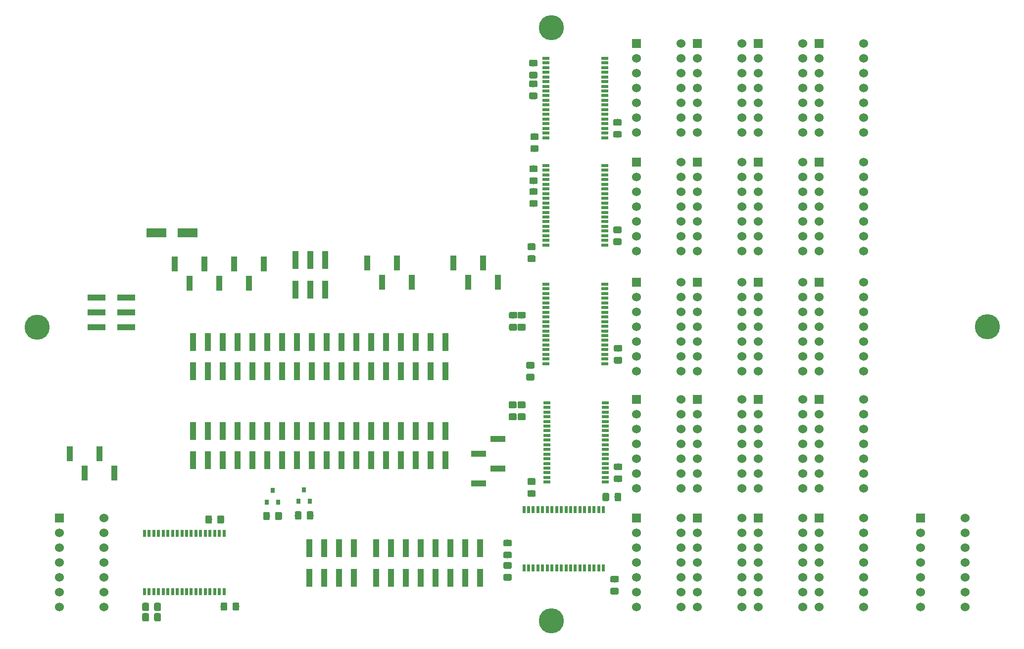
<source format=gbs>
G04 #@! TF.GenerationSoftware,KiCad,Pcbnew,(5.0.0)*
G04 #@! TF.CreationDate,2018-10-07T15:25:32-07:00*
G04 #@! TF.ProjectId,UFC,5546432E6B696361645F706362000000,A*
G04 #@! TF.SameCoordinates,Original*
G04 #@! TF.FileFunction,Soldermask,Bot*
G04 #@! TF.FilePolarity,Negative*
%FSLAX46Y46*%
G04 Gerber Fmt 4.6, Leading zero omitted, Abs format (unit mm)*
G04 Created by KiCad (PCBNEW (5.0.0)) date 10/07/18 15:25:32*
%MOMM*%
%LPD*%
G01*
G04 APERTURE LIST*
%ADD10C,4.300000*%
%ADD11R,1.524000X1.524000*%
%ADD12C,1.524000*%
%ADD13R,1.250000X0.600000*%
%ADD14R,0.600000X1.250000*%
%ADD15R,3.500000X1.600000*%
%ADD16R,0.800000X0.900000*%
%ADD17C,0.100000*%
%ADD18C,1.150000*%
%ADD19R,2.510000X1.000000*%
%ADD20R,1.000000X2.510000*%
%ADD21R,3.150000X1.000000*%
%ADD22R,1.000000X3.150000*%
G04 APERTURE END LIST*
D10*
G04 #@! TO.C,MK4*
X228759000Y-94371000D03*
G04 #@! TD*
G04 #@! TO.C,MK2*
X154220000Y-144790000D03*
G04 #@! TD*
D11*
G04 #@! TO.C,DIG0-0*
X168787000Y-45847000D03*
D12*
X168787000Y-48387000D03*
X168787000Y-50927000D03*
X168787000Y-53467000D03*
X168787000Y-56007000D03*
X168787000Y-58547000D03*
X168787000Y-61087000D03*
X176407000Y-45847000D03*
X176407000Y-48387000D03*
X176407000Y-50927000D03*
X176407000Y-53467000D03*
X176407000Y-56007000D03*
X176407000Y-58547000D03*
X176407000Y-61087000D03*
G04 #@! TD*
D11*
G04 #@! TO.C,DIG0-1*
X179201000Y-45847000D03*
D12*
X179201000Y-48387000D03*
X179201000Y-50927000D03*
X179201000Y-53467000D03*
X179201000Y-56007000D03*
X179201000Y-58547000D03*
X179201000Y-61087000D03*
X186821000Y-45847000D03*
X186821000Y-48387000D03*
X186821000Y-50927000D03*
X186821000Y-53467000D03*
X186821000Y-56007000D03*
X186821000Y-58547000D03*
X186821000Y-61087000D03*
G04 #@! TD*
D11*
G04 #@! TO.C,DIG0-2*
X189615000Y-45847000D03*
D12*
X189615000Y-48387000D03*
X189615000Y-50927000D03*
X189615000Y-53467000D03*
X189615000Y-56007000D03*
X189615000Y-58547000D03*
X189615000Y-61087000D03*
X197235000Y-45847000D03*
X197235000Y-48387000D03*
X197235000Y-50927000D03*
X197235000Y-53467000D03*
X197235000Y-56007000D03*
X197235000Y-58547000D03*
X197235000Y-61087000D03*
G04 #@! TD*
D11*
G04 #@! TO.C,DIG0-3*
X200029000Y-45847000D03*
D12*
X200029000Y-48387000D03*
X200029000Y-50927000D03*
X200029000Y-53467000D03*
X200029000Y-56007000D03*
X200029000Y-58547000D03*
X200029000Y-61087000D03*
X207649000Y-45847000D03*
X207649000Y-48387000D03*
X207649000Y-50927000D03*
X207649000Y-53467000D03*
X207649000Y-56007000D03*
X207649000Y-58547000D03*
X207649000Y-61087000D03*
G04 #@! TD*
D11*
G04 #@! TO.C,DIG1-0*
X168787000Y-66167000D03*
D12*
X168787000Y-68707000D03*
X168787000Y-71247000D03*
X168787000Y-73787000D03*
X168787000Y-76327000D03*
X168787000Y-78867000D03*
X168787000Y-81407000D03*
X176407000Y-66167000D03*
X176407000Y-68707000D03*
X176407000Y-71247000D03*
X176407000Y-73787000D03*
X176407000Y-76327000D03*
X176407000Y-78867000D03*
X176407000Y-81407000D03*
G04 #@! TD*
D11*
G04 #@! TO.C,DIG1-1*
X179201000Y-66167000D03*
D12*
X179201000Y-68707000D03*
X179201000Y-71247000D03*
X179201000Y-73787000D03*
X179201000Y-76327000D03*
X179201000Y-78867000D03*
X179201000Y-81407000D03*
X186821000Y-66167000D03*
X186821000Y-68707000D03*
X186821000Y-71247000D03*
X186821000Y-73787000D03*
X186821000Y-76327000D03*
X186821000Y-78867000D03*
X186821000Y-81407000D03*
G04 #@! TD*
D11*
G04 #@! TO.C,DIG1-2*
X189615000Y-66167000D03*
D12*
X189615000Y-68707000D03*
X189615000Y-71247000D03*
X189615000Y-73787000D03*
X189615000Y-76327000D03*
X189615000Y-78867000D03*
X189615000Y-81407000D03*
X197235000Y-66167000D03*
X197235000Y-68707000D03*
X197235000Y-71247000D03*
X197235000Y-73787000D03*
X197235000Y-76327000D03*
X197235000Y-78867000D03*
X197235000Y-81407000D03*
G04 #@! TD*
D11*
G04 #@! TO.C,DIG1-3*
X200029000Y-66167000D03*
D12*
X200029000Y-68707000D03*
X200029000Y-71247000D03*
X200029000Y-73787000D03*
X200029000Y-76327000D03*
X200029000Y-78867000D03*
X200029000Y-81407000D03*
X207649000Y-66167000D03*
X207649000Y-68707000D03*
X207649000Y-71247000D03*
X207649000Y-73787000D03*
X207649000Y-76327000D03*
X207649000Y-78867000D03*
X207649000Y-81407000D03*
G04 #@! TD*
D11*
G04 #@! TO.C,DIG2-0*
X168787000Y-86741000D03*
D12*
X168787000Y-89281000D03*
X168787000Y-91821000D03*
X168787000Y-94361000D03*
X168787000Y-96901000D03*
X168787000Y-99441000D03*
X168787000Y-101981000D03*
X176407000Y-86741000D03*
X176407000Y-89281000D03*
X176407000Y-91821000D03*
X176407000Y-94361000D03*
X176407000Y-96901000D03*
X176407000Y-99441000D03*
X176407000Y-101981000D03*
G04 #@! TD*
D11*
G04 #@! TO.C,DIG2-1*
X179201000Y-86741000D03*
D12*
X179201000Y-89281000D03*
X179201000Y-91821000D03*
X179201000Y-94361000D03*
X179201000Y-96901000D03*
X179201000Y-99441000D03*
X179201000Y-101981000D03*
X186821000Y-86741000D03*
X186821000Y-89281000D03*
X186821000Y-91821000D03*
X186821000Y-94361000D03*
X186821000Y-96901000D03*
X186821000Y-99441000D03*
X186821000Y-101981000D03*
G04 #@! TD*
D11*
G04 #@! TO.C,DIG2-2*
X189615000Y-86741000D03*
D12*
X189615000Y-89281000D03*
X189615000Y-91821000D03*
X189615000Y-94361000D03*
X189615000Y-96901000D03*
X189615000Y-99441000D03*
X189615000Y-101981000D03*
X197235000Y-86741000D03*
X197235000Y-89281000D03*
X197235000Y-91821000D03*
X197235000Y-94361000D03*
X197235000Y-96901000D03*
X197235000Y-99441000D03*
X197235000Y-101981000D03*
G04 #@! TD*
D11*
G04 #@! TO.C,DIG2-3*
X200029000Y-86741000D03*
D12*
X200029000Y-89281000D03*
X200029000Y-91821000D03*
X200029000Y-94361000D03*
X200029000Y-96901000D03*
X200029000Y-99441000D03*
X200029000Y-101981000D03*
X207649000Y-86741000D03*
X207649000Y-89281000D03*
X207649000Y-91821000D03*
X207649000Y-94361000D03*
X207649000Y-96901000D03*
X207649000Y-99441000D03*
X207649000Y-101981000D03*
G04 #@! TD*
D11*
G04 #@! TO.C,DIG3-0*
X168787000Y-106807000D03*
D12*
X168787000Y-109347000D03*
X168787000Y-111887000D03*
X168787000Y-114427000D03*
X168787000Y-116967000D03*
X168787000Y-119507000D03*
X168787000Y-122047000D03*
X176407000Y-106807000D03*
X176407000Y-109347000D03*
X176407000Y-111887000D03*
X176407000Y-114427000D03*
X176407000Y-116967000D03*
X176407000Y-119507000D03*
X176407000Y-122047000D03*
G04 #@! TD*
D11*
G04 #@! TO.C,DIG3-1*
X179201000Y-106807000D03*
D12*
X179201000Y-109347000D03*
X179201000Y-111887000D03*
X179201000Y-114427000D03*
X179201000Y-116967000D03*
X179201000Y-119507000D03*
X179201000Y-122047000D03*
X186821000Y-106807000D03*
X186821000Y-109347000D03*
X186821000Y-111887000D03*
X186821000Y-114427000D03*
X186821000Y-116967000D03*
X186821000Y-119507000D03*
X186821000Y-122047000D03*
G04 #@! TD*
D11*
G04 #@! TO.C,DIG3-2*
X189615000Y-106807000D03*
D12*
X189615000Y-109347000D03*
X189615000Y-111887000D03*
X189615000Y-114427000D03*
X189615000Y-116967000D03*
X189615000Y-119507000D03*
X189615000Y-122047000D03*
X197235000Y-106807000D03*
X197235000Y-109347000D03*
X197235000Y-111887000D03*
X197235000Y-114427000D03*
X197235000Y-116967000D03*
X197235000Y-119507000D03*
X197235000Y-122047000D03*
G04 #@! TD*
D11*
G04 #@! TO.C,DIG3-3*
X200029000Y-106807000D03*
D12*
X200029000Y-109347000D03*
X200029000Y-111887000D03*
X200029000Y-114427000D03*
X200029000Y-116967000D03*
X200029000Y-119507000D03*
X200029000Y-122047000D03*
X207649000Y-106807000D03*
X207649000Y-109347000D03*
X207649000Y-111887000D03*
X207649000Y-114427000D03*
X207649000Y-116967000D03*
X207649000Y-119507000D03*
X207649000Y-122047000D03*
G04 #@! TD*
D11*
G04 #@! TO.C,DIG4-0*
X168787000Y-127127000D03*
D12*
X168787000Y-129667000D03*
X168787000Y-132207000D03*
X168787000Y-134747000D03*
X168787000Y-137287000D03*
X168787000Y-139827000D03*
X168787000Y-142367000D03*
X176407000Y-127127000D03*
X176407000Y-129667000D03*
X176407000Y-132207000D03*
X176407000Y-134747000D03*
X176407000Y-137287000D03*
X176407000Y-139827000D03*
X176407000Y-142367000D03*
G04 #@! TD*
D11*
G04 #@! TO.C,DIG4-1*
X179201000Y-127127000D03*
D12*
X179201000Y-129667000D03*
X179201000Y-132207000D03*
X179201000Y-134747000D03*
X179201000Y-137287000D03*
X179201000Y-139827000D03*
X179201000Y-142367000D03*
X186821000Y-127127000D03*
X186821000Y-129667000D03*
X186821000Y-132207000D03*
X186821000Y-134747000D03*
X186821000Y-137287000D03*
X186821000Y-139827000D03*
X186821000Y-142367000D03*
G04 #@! TD*
D11*
G04 #@! TO.C,DIG4-2*
X189615000Y-127127000D03*
D12*
X189615000Y-129667000D03*
X189615000Y-132207000D03*
X189615000Y-134747000D03*
X189615000Y-137287000D03*
X189615000Y-139827000D03*
X189615000Y-142367000D03*
X197235000Y-127127000D03*
X197235000Y-129667000D03*
X197235000Y-132207000D03*
X197235000Y-134747000D03*
X197235000Y-137287000D03*
X197235000Y-139827000D03*
X197235000Y-142367000D03*
G04 #@! TD*
D11*
G04 #@! TO.C,DIG4-3*
X200029000Y-127127000D03*
D12*
X200029000Y-129667000D03*
X200029000Y-132207000D03*
X200029000Y-134747000D03*
X200029000Y-137287000D03*
X200029000Y-139827000D03*
X200029000Y-142367000D03*
X207649000Y-127127000D03*
X207649000Y-129667000D03*
X207649000Y-132207000D03*
X207649000Y-134747000D03*
X207649000Y-137287000D03*
X207649000Y-139827000D03*
X207649000Y-142367000D03*
G04 #@! TD*
D11*
G04 #@! TO.C,DIG5-0*
X70009000Y-127127000D03*
D12*
X70009000Y-129667000D03*
X70009000Y-132207000D03*
X70009000Y-134747000D03*
X70009000Y-137287000D03*
X70009000Y-139827000D03*
X70009000Y-142367000D03*
X77629000Y-127127000D03*
X77629000Y-129667000D03*
X77629000Y-132207000D03*
X77629000Y-134747000D03*
X77629000Y-137287000D03*
X77629000Y-139827000D03*
X77629000Y-142367000D03*
G04 #@! TD*
D11*
G04 #@! TO.C,DIG5-1*
X217329000Y-127127000D03*
D12*
X217329000Y-129667000D03*
X217329000Y-132207000D03*
X217329000Y-134747000D03*
X217329000Y-137287000D03*
X217329000Y-139827000D03*
X217329000Y-142367000D03*
X224949000Y-127127000D03*
X224949000Y-129667000D03*
X224949000Y-132207000D03*
X224949000Y-134747000D03*
X224949000Y-137287000D03*
X224949000Y-139827000D03*
X224949000Y-142367000D03*
G04 #@! TD*
D13*
G04 #@! TO.C,IC0*
X163299000Y-62001000D03*
X163299000Y-61201000D03*
X163299000Y-60401000D03*
X163299000Y-59601000D03*
X163299000Y-58801000D03*
X163299000Y-58001000D03*
X163299000Y-57201000D03*
X163299000Y-56401000D03*
X163299000Y-55601000D03*
X163299000Y-54801000D03*
X163299000Y-54001000D03*
X163299000Y-53201000D03*
X163299000Y-52401000D03*
X163299000Y-51601000D03*
X163299000Y-50801000D03*
X163299000Y-50001000D03*
X163299000Y-49201000D03*
X163299000Y-48401000D03*
X163299000Y-48401000D03*
X163299000Y-49201000D03*
X163299000Y-50001000D03*
X163299000Y-50801000D03*
X163299000Y-51601000D03*
X163299000Y-52401000D03*
X163299000Y-53201000D03*
X163299000Y-54001000D03*
X163299000Y-54801000D03*
X163299000Y-55601000D03*
X163299000Y-56401000D03*
X163299000Y-57201000D03*
X163299000Y-58001000D03*
X163299000Y-58801000D03*
X163299000Y-59601000D03*
X163299000Y-60401000D03*
X163299000Y-61201000D03*
X163299000Y-62001000D03*
X163299000Y-62001000D03*
X163299000Y-61201000D03*
X163299000Y-60401000D03*
X163299000Y-59601000D03*
X163299000Y-58801000D03*
X163299000Y-58001000D03*
X163299000Y-57201000D03*
X163299000Y-56401000D03*
X163299000Y-55601000D03*
X163299000Y-54801000D03*
X163299000Y-54001000D03*
X163299000Y-53201000D03*
X163299000Y-52401000D03*
X163299000Y-51601000D03*
X163299000Y-50801000D03*
X163299000Y-50001000D03*
X163299000Y-49201000D03*
X163299000Y-48401000D03*
X163299000Y-48401000D03*
X163299000Y-49201000D03*
X163299000Y-50001000D03*
X163299000Y-50801000D03*
X163299000Y-51601000D03*
X163299000Y-52401000D03*
X163299000Y-53201000D03*
X163299000Y-54001000D03*
X163299000Y-54801000D03*
X163299000Y-55601000D03*
X163299000Y-56401000D03*
X163299000Y-57201000D03*
X163299000Y-58001000D03*
X163299000Y-58801000D03*
X163299000Y-59601000D03*
X163299000Y-60401000D03*
X163299000Y-61201000D03*
X163299000Y-62001000D03*
X163299000Y-62001000D03*
X163299000Y-61201000D03*
X163299000Y-60401000D03*
X163299000Y-59601000D03*
X163299000Y-58801000D03*
X163299000Y-58001000D03*
X163299000Y-57201000D03*
X163299000Y-56401000D03*
X163299000Y-55601000D03*
X163299000Y-54801000D03*
X163299000Y-54001000D03*
X163299000Y-53201000D03*
X163299000Y-52401000D03*
X163299000Y-51601000D03*
X163299000Y-50801000D03*
X163299000Y-50001000D03*
X163299000Y-49201000D03*
X163299000Y-48401000D03*
X163299000Y-48401000D03*
X163299000Y-49201000D03*
X163299000Y-50001000D03*
X163299000Y-50801000D03*
X163299000Y-51601000D03*
X163299000Y-52401000D03*
X163299000Y-53201000D03*
X163299000Y-54001000D03*
X163299000Y-54801000D03*
X163299000Y-55601000D03*
X163299000Y-56401000D03*
X163299000Y-57201000D03*
X163299000Y-58001000D03*
X163299000Y-58801000D03*
X163299000Y-59601000D03*
X163299000Y-60401000D03*
X163299000Y-61201000D03*
X163299000Y-62001000D03*
X163299000Y-62001000D03*
X163299000Y-61201000D03*
X163299000Y-60401000D03*
X163299000Y-59601000D03*
X163299000Y-58801000D03*
X163299000Y-58001000D03*
X163299000Y-57201000D03*
X163299000Y-56401000D03*
X163299000Y-55601000D03*
X163299000Y-54801000D03*
X163299000Y-54001000D03*
X163299000Y-53201000D03*
X163299000Y-52401000D03*
X163299000Y-51601000D03*
X163299000Y-50801000D03*
X163299000Y-50001000D03*
X163299000Y-49201000D03*
X163299000Y-48401000D03*
X163299000Y-48401000D03*
X163299000Y-49201000D03*
X163299000Y-50001000D03*
X163299000Y-50801000D03*
X163299000Y-51601000D03*
X163299000Y-52401000D03*
X163299000Y-53201000D03*
X163299000Y-54001000D03*
X163299000Y-54801000D03*
X163299000Y-55601000D03*
X163299000Y-56401000D03*
X163299000Y-57201000D03*
X163299000Y-58001000D03*
X163299000Y-58801000D03*
X163299000Y-59601000D03*
X163299000Y-60401000D03*
X163299000Y-61201000D03*
X163299000Y-62001000D03*
X153299000Y-62001000D03*
X153299000Y-61201000D03*
X153299000Y-60401000D03*
X153299000Y-59601000D03*
X153299000Y-58801000D03*
X153299000Y-58001000D03*
X153299000Y-57201000D03*
X153299000Y-56401000D03*
X153299000Y-55601000D03*
X153299000Y-54801000D03*
X153299000Y-54001000D03*
X153299000Y-53201000D03*
X153299000Y-52401000D03*
X153299000Y-51601000D03*
X153299000Y-50801000D03*
X153299000Y-50001000D03*
X153299000Y-49201000D03*
X153299000Y-48401000D03*
G04 #@! TD*
G04 #@! TO.C,IC1*
X163299000Y-80387000D03*
X163299000Y-79587000D03*
X163299000Y-78787000D03*
X163299000Y-77987000D03*
X163299000Y-77187000D03*
X163299000Y-76387000D03*
X163299000Y-75587000D03*
X163299000Y-74787000D03*
X163299000Y-73987000D03*
X163299000Y-73187000D03*
X163299000Y-72387000D03*
X163299000Y-71587000D03*
X163299000Y-70787000D03*
X163299000Y-69987000D03*
X163299000Y-69187000D03*
X163299000Y-68387000D03*
X163299000Y-67587000D03*
X163299000Y-66787000D03*
X163299000Y-66787000D03*
X163299000Y-67587000D03*
X163299000Y-68387000D03*
X163299000Y-69187000D03*
X163299000Y-69987000D03*
X163299000Y-70787000D03*
X163299000Y-71587000D03*
X163299000Y-72387000D03*
X163299000Y-73187000D03*
X163299000Y-73987000D03*
X163299000Y-74787000D03*
X163299000Y-75587000D03*
X163299000Y-76387000D03*
X163299000Y-77187000D03*
X163299000Y-77987000D03*
X163299000Y-78787000D03*
X163299000Y-79587000D03*
X163299000Y-80387000D03*
X163299000Y-80387000D03*
X163299000Y-79587000D03*
X163299000Y-78787000D03*
X163299000Y-77987000D03*
X163299000Y-77187000D03*
X163299000Y-76387000D03*
X163299000Y-75587000D03*
X163299000Y-74787000D03*
X163299000Y-73987000D03*
X163299000Y-73187000D03*
X163299000Y-72387000D03*
X163299000Y-71587000D03*
X163299000Y-70787000D03*
X163299000Y-69987000D03*
X163299000Y-69187000D03*
X163299000Y-68387000D03*
X163299000Y-67587000D03*
X163299000Y-66787000D03*
X163299000Y-66787000D03*
X163299000Y-67587000D03*
X163299000Y-68387000D03*
X163299000Y-69187000D03*
X163299000Y-69987000D03*
X163299000Y-70787000D03*
X163299000Y-71587000D03*
X163299000Y-72387000D03*
X163299000Y-73187000D03*
X163299000Y-73987000D03*
X163299000Y-74787000D03*
X163299000Y-75587000D03*
X163299000Y-76387000D03*
X163299000Y-77187000D03*
X163299000Y-77987000D03*
X163299000Y-78787000D03*
X163299000Y-79587000D03*
X163299000Y-80387000D03*
X163299000Y-80387000D03*
X163299000Y-79587000D03*
X163299000Y-78787000D03*
X163299000Y-77987000D03*
X163299000Y-77187000D03*
X163299000Y-76387000D03*
X163299000Y-75587000D03*
X163299000Y-74787000D03*
X163299000Y-73987000D03*
X163299000Y-73187000D03*
X163299000Y-72387000D03*
X163299000Y-71587000D03*
X163299000Y-70787000D03*
X163299000Y-69987000D03*
X163299000Y-69187000D03*
X163299000Y-68387000D03*
X163299000Y-67587000D03*
X163299000Y-66787000D03*
X163299000Y-66787000D03*
X163299000Y-67587000D03*
X163299000Y-68387000D03*
X163299000Y-69187000D03*
X163299000Y-69987000D03*
X163299000Y-70787000D03*
X163299000Y-71587000D03*
X163299000Y-72387000D03*
X163299000Y-73187000D03*
X163299000Y-73987000D03*
X163299000Y-74787000D03*
X163299000Y-75587000D03*
X163299000Y-76387000D03*
X163299000Y-77187000D03*
X163299000Y-77987000D03*
X163299000Y-78787000D03*
X163299000Y-79587000D03*
X163299000Y-80387000D03*
X163299000Y-80387000D03*
X163299000Y-79587000D03*
X163299000Y-78787000D03*
X163299000Y-77987000D03*
X163299000Y-77187000D03*
X163299000Y-76387000D03*
X163299000Y-75587000D03*
X163299000Y-74787000D03*
X163299000Y-73987000D03*
X163299000Y-73187000D03*
X163299000Y-72387000D03*
X163299000Y-71587000D03*
X163299000Y-70787000D03*
X163299000Y-69987000D03*
X163299000Y-69187000D03*
X163299000Y-68387000D03*
X163299000Y-67587000D03*
X163299000Y-66787000D03*
X163299000Y-66787000D03*
X163299000Y-67587000D03*
X163299000Y-68387000D03*
X163299000Y-69187000D03*
X163299000Y-69987000D03*
X163299000Y-70787000D03*
X163299000Y-71587000D03*
X163299000Y-72387000D03*
X163299000Y-73187000D03*
X163299000Y-73987000D03*
X163299000Y-74787000D03*
X163299000Y-75587000D03*
X163299000Y-76387000D03*
X163299000Y-77187000D03*
X163299000Y-77987000D03*
X163299000Y-78787000D03*
X163299000Y-79587000D03*
X163299000Y-80387000D03*
X153299000Y-80387000D03*
X153299000Y-79587000D03*
X153299000Y-78787000D03*
X153299000Y-77987000D03*
X153299000Y-77187000D03*
X153299000Y-76387000D03*
X153299000Y-75587000D03*
X153299000Y-74787000D03*
X153299000Y-73987000D03*
X153299000Y-73187000D03*
X153299000Y-72387000D03*
X153299000Y-71587000D03*
X153299000Y-70787000D03*
X153299000Y-69987000D03*
X153299000Y-69187000D03*
X153299000Y-68387000D03*
X153299000Y-67587000D03*
X153299000Y-66787000D03*
G04 #@! TD*
G04 #@! TO.C,IC2*
X163299000Y-100707000D03*
X163299000Y-99907000D03*
X163299000Y-99107000D03*
X163299000Y-98307000D03*
X163299000Y-97507000D03*
X163299000Y-96707000D03*
X163299000Y-95907000D03*
X163299000Y-95107000D03*
X163299000Y-94307000D03*
X163299000Y-93507000D03*
X163299000Y-92707000D03*
X163299000Y-91907000D03*
X163299000Y-91107000D03*
X163299000Y-90307000D03*
X163299000Y-89507000D03*
X163299000Y-88707000D03*
X163299000Y-87907000D03*
X163299000Y-87107000D03*
X163299000Y-87107000D03*
X163299000Y-87907000D03*
X163299000Y-88707000D03*
X163299000Y-89507000D03*
X163299000Y-90307000D03*
X163299000Y-91107000D03*
X163299000Y-91907000D03*
X163299000Y-92707000D03*
X163299000Y-93507000D03*
X163299000Y-94307000D03*
X163299000Y-95107000D03*
X163299000Y-95907000D03*
X163299000Y-96707000D03*
X163299000Y-97507000D03*
X163299000Y-98307000D03*
X163299000Y-99107000D03*
X163299000Y-99907000D03*
X163299000Y-100707000D03*
X163299000Y-100707000D03*
X163299000Y-99907000D03*
X163299000Y-99107000D03*
X163299000Y-98307000D03*
X163299000Y-97507000D03*
X163299000Y-96707000D03*
X163299000Y-95907000D03*
X163299000Y-95107000D03*
X163299000Y-94307000D03*
X163299000Y-93507000D03*
X163299000Y-92707000D03*
X163299000Y-91907000D03*
X163299000Y-91107000D03*
X163299000Y-90307000D03*
X163299000Y-89507000D03*
X163299000Y-88707000D03*
X163299000Y-87907000D03*
X163299000Y-87107000D03*
X163299000Y-87107000D03*
X163299000Y-87907000D03*
X163299000Y-88707000D03*
X163299000Y-89507000D03*
X163299000Y-90307000D03*
X163299000Y-91107000D03*
X163299000Y-91907000D03*
X163299000Y-92707000D03*
X163299000Y-93507000D03*
X163299000Y-94307000D03*
X163299000Y-95107000D03*
X163299000Y-95907000D03*
X163299000Y-96707000D03*
X163299000Y-97507000D03*
X163299000Y-98307000D03*
X163299000Y-99107000D03*
X163299000Y-99907000D03*
X163299000Y-100707000D03*
X163299000Y-100707000D03*
X163299000Y-99907000D03*
X163299000Y-99107000D03*
X163299000Y-98307000D03*
X163299000Y-97507000D03*
X163299000Y-96707000D03*
X163299000Y-95907000D03*
X163299000Y-95107000D03*
X163299000Y-94307000D03*
X163299000Y-93507000D03*
X163299000Y-92707000D03*
X163299000Y-91907000D03*
X163299000Y-91107000D03*
X163299000Y-90307000D03*
X163299000Y-89507000D03*
X163299000Y-88707000D03*
X163299000Y-87907000D03*
X163299000Y-87107000D03*
X163299000Y-87107000D03*
X163299000Y-87907000D03*
X163299000Y-88707000D03*
X163299000Y-89507000D03*
X163299000Y-90307000D03*
X163299000Y-91107000D03*
X163299000Y-91907000D03*
X163299000Y-92707000D03*
X163299000Y-93507000D03*
X163299000Y-94307000D03*
X163299000Y-95107000D03*
X163299000Y-95907000D03*
X163299000Y-96707000D03*
X163299000Y-97507000D03*
X163299000Y-98307000D03*
X163299000Y-99107000D03*
X163299000Y-99907000D03*
X163299000Y-100707000D03*
X163299000Y-100707000D03*
X163299000Y-99907000D03*
X163299000Y-99107000D03*
X163299000Y-98307000D03*
X163299000Y-97507000D03*
X163299000Y-96707000D03*
X163299000Y-95907000D03*
X163299000Y-95107000D03*
X163299000Y-94307000D03*
X163299000Y-93507000D03*
X163299000Y-92707000D03*
X163299000Y-91907000D03*
X163299000Y-91107000D03*
X163299000Y-90307000D03*
X163299000Y-89507000D03*
X163299000Y-88707000D03*
X163299000Y-87907000D03*
X163299000Y-87107000D03*
X163299000Y-87107000D03*
X163299000Y-87907000D03*
X163299000Y-88707000D03*
X163299000Y-89507000D03*
X163299000Y-90307000D03*
X163299000Y-91107000D03*
X163299000Y-91907000D03*
X163299000Y-92707000D03*
X163299000Y-93507000D03*
X163299000Y-94307000D03*
X163299000Y-95107000D03*
X163299000Y-95907000D03*
X163299000Y-96707000D03*
X163299000Y-97507000D03*
X163299000Y-98307000D03*
X163299000Y-99107000D03*
X163299000Y-99907000D03*
X163299000Y-100707000D03*
X153299000Y-100707000D03*
X153299000Y-99907000D03*
X153299000Y-99107000D03*
X153299000Y-98307000D03*
X153299000Y-97507000D03*
X153299000Y-96707000D03*
X153299000Y-95907000D03*
X153299000Y-95107000D03*
X153299000Y-94307000D03*
X153299000Y-93507000D03*
X153299000Y-92707000D03*
X153299000Y-91907000D03*
X153299000Y-91107000D03*
X153299000Y-90307000D03*
X153299000Y-89507000D03*
X153299000Y-88707000D03*
X153299000Y-87907000D03*
X153299000Y-87107000D03*
G04 #@! TD*
G04 #@! TO.C,IC3*
X163400000Y-121000000D03*
X163400000Y-120200000D03*
X163400000Y-119400000D03*
X163400000Y-118600000D03*
X163400000Y-117800000D03*
X163400000Y-117000000D03*
X163400000Y-116200000D03*
X163400000Y-115400000D03*
X163400000Y-114600000D03*
X163400000Y-113800000D03*
X163400000Y-113000000D03*
X163400000Y-112200000D03*
X163400000Y-111400000D03*
X163400000Y-110600000D03*
X163400000Y-109800000D03*
X163400000Y-109000000D03*
X163400000Y-108200000D03*
X163400000Y-107400000D03*
X163400000Y-107400000D03*
X163400000Y-108200000D03*
X163400000Y-109000000D03*
X163400000Y-109800000D03*
X163400000Y-110600000D03*
X163400000Y-111400000D03*
X163400000Y-112200000D03*
X163400000Y-113000000D03*
X163400000Y-113800000D03*
X163400000Y-114600000D03*
X163400000Y-115400000D03*
X163400000Y-116200000D03*
X163400000Y-117000000D03*
X163400000Y-117800000D03*
X163400000Y-118600000D03*
X163400000Y-119400000D03*
X163400000Y-120200000D03*
X163400000Y-121000000D03*
X163400000Y-121000000D03*
X163400000Y-120200000D03*
X163400000Y-119400000D03*
X163400000Y-118600000D03*
X163400000Y-117800000D03*
X163400000Y-117000000D03*
X163400000Y-116200000D03*
X163400000Y-115400000D03*
X163400000Y-114600000D03*
X163400000Y-113800000D03*
X163400000Y-113000000D03*
X163400000Y-112200000D03*
X163400000Y-111400000D03*
X163400000Y-110600000D03*
X163400000Y-109800000D03*
X163400000Y-109000000D03*
X163400000Y-108200000D03*
X163400000Y-107400000D03*
X163400000Y-107400000D03*
X163400000Y-108200000D03*
X163400000Y-109000000D03*
X163400000Y-109800000D03*
X163400000Y-110600000D03*
X163400000Y-111400000D03*
X163400000Y-112200000D03*
X163400000Y-113000000D03*
X163400000Y-113800000D03*
X163400000Y-114600000D03*
X163400000Y-115400000D03*
X163400000Y-116200000D03*
X163400000Y-117000000D03*
X163400000Y-117800000D03*
X163400000Y-118600000D03*
X163400000Y-119400000D03*
X163400000Y-120200000D03*
X163400000Y-121000000D03*
X163400000Y-121000000D03*
X163400000Y-120200000D03*
X163400000Y-119400000D03*
X163400000Y-118600000D03*
X163400000Y-117800000D03*
X163400000Y-117000000D03*
X163400000Y-116200000D03*
X163400000Y-115400000D03*
X163400000Y-114600000D03*
X163400000Y-113800000D03*
X163400000Y-113000000D03*
X163400000Y-112200000D03*
X163400000Y-111400000D03*
X163400000Y-110600000D03*
X163400000Y-109800000D03*
X163400000Y-109000000D03*
X163400000Y-108200000D03*
X163400000Y-107400000D03*
X163400000Y-107400000D03*
X163400000Y-108200000D03*
X163400000Y-109000000D03*
X163400000Y-109800000D03*
X163400000Y-110600000D03*
X163400000Y-111400000D03*
X163400000Y-112200000D03*
X163400000Y-113000000D03*
X163400000Y-113800000D03*
X163400000Y-114600000D03*
X163400000Y-115400000D03*
X163400000Y-116200000D03*
X163400000Y-117000000D03*
X163400000Y-117800000D03*
X163400000Y-118600000D03*
X163400000Y-119400000D03*
X163400000Y-120200000D03*
X163400000Y-121000000D03*
X163400000Y-121000000D03*
X163400000Y-120200000D03*
X163400000Y-119400000D03*
X163400000Y-118600000D03*
X163400000Y-117800000D03*
X163400000Y-117000000D03*
X163400000Y-116200000D03*
X163400000Y-115400000D03*
X163400000Y-114600000D03*
X163400000Y-113800000D03*
X163400000Y-113000000D03*
X163400000Y-112200000D03*
X163400000Y-111400000D03*
X163400000Y-110600000D03*
X163400000Y-109800000D03*
X163400000Y-109000000D03*
X163400000Y-108200000D03*
X163400000Y-107400000D03*
X163400000Y-107400000D03*
X163400000Y-108200000D03*
X163400000Y-109000000D03*
X163400000Y-109800000D03*
X163400000Y-110600000D03*
X163400000Y-111400000D03*
X163400000Y-112200000D03*
X163400000Y-113000000D03*
X163400000Y-113800000D03*
X163400000Y-114600000D03*
X163400000Y-115400000D03*
X163400000Y-116200000D03*
X163400000Y-117000000D03*
X163400000Y-117800000D03*
X163400000Y-118600000D03*
X163400000Y-119400000D03*
X163400000Y-120200000D03*
X163400000Y-121000000D03*
X153400000Y-121000000D03*
X153400000Y-120200000D03*
X153400000Y-119400000D03*
X153400000Y-118600000D03*
X153400000Y-117800000D03*
X153400000Y-117000000D03*
X153400000Y-116200000D03*
X153400000Y-115400000D03*
X153400000Y-114600000D03*
X153400000Y-113800000D03*
X153400000Y-113000000D03*
X153400000Y-112200000D03*
X153400000Y-111400000D03*
X153400000Y-110600000D03*
X153400000Y-109800000D03*
X153400000Y-109000000D03*
X153400000Y-108200000D03*
X153400000Y-107400000D03*
G04 #@! TD*
D14*
G04 #@! TO.C,IC4*
X163100000Y-125700000D03*
X162300000Y-125700000D03*
X161500000Y-125700000D03*
X160700000Y-125700000D03*
X159900000Y-125700000D03*
X159100000Y-125700000D03*
X158300000Y-125700000D03*
X157500000Y-125700000D03*
X156700000Y-125700000D03*
X155900000Y-125700000D03*
X155100000Y-125700000D03*
X154300000Y-125700000D03*
X153500000Y-125700000D03*
X152700000Y-125700000D03*
X151900000Y-125700000D03*
X151100000Y-125700000D03*
X150300000Y-125700000D03*
X149500000Y-125700000D03*
X149500000Y-125700000D03*
X150300000Y-125700000D03*
X151100000Y-125700000D03*
X151900000Y-125700000D03*
X152700000Y-125700000D03*
X153500000Y-125700000D03*
X154300000Y-125700000D03*
X155100000Y-125700000D03*
X155900000Y-125700000D03*
X156700000Y-125700000D03*
X157500000Y-125700000D03*
X158300000Y-125700000D03*
X159100000Y-125700000D03*
X159900000Y-125700000D03*
X160700000Y-125700000D03*
X161500000Y-125700000D03*
X162300000Y-125700000D03*
X163100000Y-125700000D03*
X163100000Y-125700000D03*
X162300000Y-125700000D03*
X161500000Y-125700000D03*
X160700000Y-125700000D03*
X159900000Y-125700000D03*
X159100000Y-125700000D03*
X158300000Y-125700000D03*
X157500000Y-125700000D03*
X156700000Y-125700000D03*
X155900000Y-125700000D03*
X155100000Y-125700000D03*
X154300000Y-125700000D03*
X153500000Y-125700000D03*
X152700000Y-125700000D03*
X151900000Y-125700000D03*
X151100000Y-125700000D03*
X150300000Y-125700000D03*
X149500000Y-125700000D03*
X149500000Y-125700000D03*
X150300000Y-125700000D03*
X151100000Y-125700000D03*
X151900000Y-125700000D03*
X152700000Y-125700000D03*
X153500000Y-125700000D03*
X154300000Y-125700000D03*
X155100000Y-125700000D03*
X155900000Y-125700000D03*
X156700000Y-125700000D03*
X157500000Y-125700000D03*
X158300000Y-125700000D03*
X159100000Y-125700000D03*
X159900000Y-125700000D03*
X160700000Y-125700000D03*
X161500000Y-125700000D03*
X162300000Y-125700000D03*
X163100000Y-125700000D03*
X163100000Y-125700000D03*
X162300000Y-125700000D03*
X161500000Y-125700000D03*
X160700000Y-125700000D03*
X159900000Y-125700000D03*
X159100000Y-125700000D03*
X158300000Y-125700000D03*
X157500000Y-125700000D03*
X156700000Y-125700000D03*
X155900000Y-125700000D03*
X155100000Y-125700000D03*
X154300000Y-125700000D03*
X153500000Y-125700000D03*
X152700000Y-125700000D03*
X151900000Y-125700000D03*
X151100000Y-125700000D03*
X150300000Y-125700000D03*
X149500000Y-125700000D03*
X149500000Y-125700000D03*
X150300000Y-125700000D03*
X151100000Y-125700000D03*
X151900000Y-125700000D03*
X152700000Y-125700000D03*
X153500000Y-125700000D03*
X154300000Y-125700000D03*
X155100000Y-125700000D03*
X155900000Y-125700000D03*
X156700000Y-125700000D03*
X157500000Y-125700000D03*
X158300000Y-125700000D03*
X159100000Y-125700000D03*
X159900000Y-125700000D03*
X160700000Y-125700000D03*
X161500000Y-125700000D03*
X162300000Y-125700000D03*
X163100000Y-125700000D03*
X163100000Y-125700000D03*
X162300000Y-125700000D03*
X161500000Y-125700000D03*
X160700000Y-125700000D03*
X159900000Y-125700000D03*
X159100000Y-125700000D03*
X158300000Y-125700000D03*
X157500000Y-125700000D03*
X156700000Y-125700000D03*
X155900000Y-125700000D03*
X155100000Y-125700000D03*
X154300000Y-125700000D03*
X153500000Y-125700000D03*
X152700000Y-125700000D03*
X151900000Y-125700000D03*
X151100000Y-125700000D03*
X150300000Y-125700000D03*
X149500000Y-125700000D03*
X149500000Y-125700000D03*
X150300000Y-125700000D03*
X151100000Y-125700000D03*
X151900000Y-125700000D03*
X152700000Y-125700000D03*
X153500000Y-125700000D03*
X154300000Y-125700000D03*
X155100000Y-125700000D03*
X155900000Y-125700000D03*
X156700000Y-125700000D03*
X157500000Y-125700000D03*
X158300000Y-125700000D03*
X159100000Y-125700000D03*
X159900000Y-125700000D03*
X160700000Y-125700000D03*
X161500000Y-125700000D03*
X162300000Y-125700000D03*
X163100000Y-125700000D03*
X163100000Y-135700000D03*
X162300000Y-135700000D03*
X161500000Y-135700000D03*
X160700000Y-135700000D03*
X159900000Y-135700000D03*
X159100000Y-135700000D03*
X158300000Y-135700000D03*
X157500000Y-135700000D03*
X156700000Y-135700000D03*
X155900000Y-135700000D03*
X155100000Y-135700000D03*
X154300000Y-135700000D03*
X153500000Y-135700000D03*
X152700000Y-135700000D03*
X151900000Y-135700000D03*
X151100000Y-135700000D03*
X150300000Y-135700000D03*
X149500000Y-135700000D03*
G04 #@! TD*
G04 #@! TO.C,IC5*
X98200000Y-129800000D03*
X97400000Y-129800000D03*
X96600000Y-129800000D03*
X95800000Y-129800000D03*
X95000000Y-129800000D03*
X94200000Y-129800000D03*
X93400000Y-129800000D03*
X92600000Y-129800000D03*
X91800000Y-129800000D03*
X91000000Y-129800000D03*
X90200000Y-129800000D03*
X89400000Y-129800000D03*
X88600000Y-129800000D03*
X87800000Y-129800000D03*
X87000000Y-129800000D03*
X86200000Y-129800000D03*
X85400000Y-129800000D03*
X84600000Y-129800000D03*
X84600000Y-129800000D03*
X85400000Y-129800000D03*
X86200000Y-129800000D03*
X87000000Y-129800000D03*
X87800000Y-129800000D03*
X88600000Y-129800000D03*
X89400000Y-129800000D03*
X90200000Y-129800000D03*
X91000000Y-129800000D03*
X91800000Y-129800000D03*
X92600000Y-129800000D03*
X93400000Y-129800000D03*
X94200000Y-129800000D03*
X95000000Y-129800000D03*
X95800000Y-129800000D03*
X96600000Y-129800000D03*
X97400000Y-129800000D03*
X98200000Y-129800000D03*
X98200000Y-129800000D03*
X97400000Y-129800000D03*
X96600000Y-129800000D03*
X95800000Y-129800000D03*
X95000000Y-129800000D03*
X94200000Y-129800000D03*
X93400000Y-129800000D03*
X92600000Y-129800000D03*
X91800000Y-129800000D03*
X91000000Y-129800000D03*
X90200000Y-129800000D03*
X89400000Y-129800000D03*
X88600000Y-129800000D03*
X87800000Y-129800000D03*
X87000000Y-129800000D03*
X86200000Y-129800000D03*
X85400000Y-129800000D03*
X84600000Y-129800000D03*
X84600000Y-129800000D03*
X85400000Y-129800000D03*
X86200000Y-129800000D03*
X87000000Y-129800000D03*
X87800000Y-129800000D03*
X88600000Y-129800000D03*
X89400000Y-129800000D03*
X90200000Y-129800000D03*
X91000000Y-129800000D03*
X91800000Y-129800000D03*
X92600000Y-129800000D03*
X93400000Y-129800000D03*
X94200000Y-129800000D03*
X95000000Y-129800000D03*
X95800000Y-129800000D03*
X96600000Y-129800000D03*
X97400000Y-129800000D03*
X98200000Y-129800000D03*
X98200000Y-129800000D03*
X97400000Y-129800000D03*
X96600000Y-129800000D03*
X95800000Y-129800000D03*
X95000000Y-129800000D03*
X94200000Y-129800000D03*
X93400000Y-129800000D03*
X92600000Y-129800000D03*
X91800000Y-129800000D03*
X91000000Y-129800000D03*
X90200000Y-129800000D03*
X89400000Y-129800000D03*
X88600000Y-129800000D03*
X87800000Y-129800000D03*
X87000000Y-129800000D03*
X86200000Y-129800000D03*
X85400000Y-129800000D03*
X84600000Y-129800000D03*
X84600000Y-129800000D03*
X85400000Y-129800000D03*
X86200000Y-129800000D03*
X87000000Y-129800000D03*
X87800000Y-129800000D03*
X88600000Y-129800000D03*
X89400000Y-129800000D03*
X90200000Y-129800000D03*
X91000000Y-129800000D03*
X91800000Y-129800000D03*
X92600000Y-129800000D03*
X93400000Y-129800000D03*
X94200000Y-129800000D03*
X95000000Y-129800000D03*
X95800000Y-129800000D03*
X96600000Y-129800000D03*
X97400000Y-129800000D03*
X98200000Y-129800000D03*
X98200000Y-129800000D03*
X97400000Y-129800000D03*
X96600000Y-129800000D03*
X95800000Y-129800000D03*
X95000000Y-129800000D03*
X94200000Y-129800000D03*
X93400000Y-129800000D03*
X92600000Y-129800000D03*
X91800000Y-129800000D03*
X91000000Y-129800000D03*
X90200000Y-129800000D03*
X89400000Y-129800000D03*
X88600000Y-129800000D03*
X87800000Y-129800000D03*
X87000000Y-129800000D03*
X86200000Y-129800000D03*
X85400000Y-129800000D03*
X84600000Y-129800000D03*
X84600000Y-129800000D03*
X85400000Y-129800000D03*
X86200000Y-129800000D03*
X87000000Y-129800000D03*
X87800000Y-129800000D03*
X88600000Y-129800000D03*
X89400000Y-129800000D03*
X90200000Y-129800000D03*
X91000000Y-129800000D03*
X91800000Y-129800000D03*
X92600000Y-129800000D03*
X93400000Y-129800000D03*
X94200000Y-129800000D03*
X95000000Y-129800000D03*
X95800000Y-129800000D03*
X96600000Y-129800000D03*
X97400000Y-129800000D03*
X98200000Y-129800000D03*
X98200000Y-139800000D03*
X97400000Y-139800000D03*
X96600000Y-139800000D03*
X95800000Y-139800000D03*
X95000000Y-139800000D03*
X94200000Y-139800000D03*
X93400000Y-139800000D03*
X92600000Y-139800000D03*
X91800000Y-139800000D03*
X91000000Y-139800000D03*
X90200000Y-139800000D03*
X89400000Y-139800000D03*
X88600000Y-139800000D03*
X87800000Y-139800000D03*
X87000000Y-139800000D03*
X86200000Y-139800000D03*
X85400000Y-139800000D03*
X84600000Y-139800000D03*
G04 #@! TD*
D15*
G04 #@! TO.C,C1*
X92000000Y-78300000D03*
X86600000Y-78300000D03*
G04 #@! TD*
D10*
G04 #@! TO.C,MK3*
X154210000Y-43200000D03*
G04 #@! TD*
D16*
G04 #@! TO.C,Q1*
X107450000Y-124400000D03*
X105550000Y-124400000D03*
X106500000Y-122400000D03*
G04 #@! TD*
G04 #@! TO.C,Q2*
X112850000Y-124300000D03*
X110950000Y-124300000D03*
X111900000Y-122300000D03*
G04 #@! TD*
D10*
G04 #@! TO.C,MK1*
X66199000Y-94497900D03*
G04 #@! TD*
D17*
G04 #@! TO.C,C2*
G36*
X151574505Y-48651204D02*
X151598773Y-48654804D01*
X151622572Y-48660765D01*
X151645671Y-48669030D01*
X151667850Y-48679520D01*
X151688893Y-48692132D01*
X151708599Y-48706747D01*
X151726777Y-48723223D01*
X151743253Y-48741401D01*
X151757868Y-48761107D01*
X151770480Y-48782150D01*
X151780970Y-48804329D01*
X151789235Y-48827428D01*
X151795196Y-48851227D01*
X151798796Y-48875495D01*
X151800000Y-48899999D01*
X151800000Y-49550001D01*
X151798796Y-49574505D01*
X151795196Y-49598773D01*
X151789235Y-49622572D01*
X151780970Y-49645671D01*
X151770480Y-49667850D01*
X151757868Y-49688893D01*
X151743253Y-49708599D01*
X151726777Y-49726777D01*
X151708599Y-49743253D01*
X151688893Y-49757868D01*
X151667850Y-49770480D01*
X151645671Y-49780970D01*
X151622572Y-49789235D01*
X151598773Y-49795196D01*
X151574505Y-49798796D01*
X151550001Y-49800000D01*
X150649999Y-49800000D01*
X150625495Y-49798796D01*
X150601227Y-49795196D01*
X150577428Y-49789235D01*
X150554329Y-49780970D01*
X150532150Y-49770480D01*
X150511107Y-49757868D01*
X150491401Y-49743253D01*
X150473223Y-49726777D01*
X150456747Y-49708599D01*
X150442132Y-49688893D01*
X150429520Y-49667850D01*
X150419030Y-49645671D01*
X150410765Y-49622572D01*
X150404804Y-49598773D01*
X150401204Y-49574505D01*
X150400000Y-49550001D01*
X150400000Y-48899999D01*
X150401204Y-48875495D01*
X150404804Y-48851227D01*
X150410765Y-48827428D01*
X150419030Y-48804329D01*
X150429520Y-48782150D01*
X150442132Y-48761107D01*
X150456747Y-48741401D01*
X150473223Y-48723223D01*
X150491401Y-48706747D01*
X150511107Y-48692132D01*
X150532150Y-48679520D01*
X150554329Y-48669030D01*
X150577428Y-48660765D01*
X150601227Y-48654804D01*
X150625495Y-48651204D01*
X150649999Y-48650000D01*
X151550001Y-48650000D01*
X151574505Y-48651204D01*
X151574505Y-48651204D01*
G37*
D18*
X151100000Y-49225000D03*
D17*
G36*
X151574505Y-50701204D02*
X151598773Y-50704804D01*
X151622572Y-50710765D01*
X151645671Y-50719030D01*
X151667850Y-50729520D01*
X151688893Y-50742132D01*
X151708599Y-50756747D01*
X151726777Y-50773223D01*
X151743253Y-50791401D01*
X151757868Y-50811107D01*
X151770480Y-50832150D01*
X151780970Y-50854329D01*
X151789235Y-50877428D01*
X151795196Y-50901227D01*
X151798796Y-50925495D01*
X151800000Y-50949999D01*
X151800000Y-51600001D01*
X151798796Y-51624505D01*
X151795196Y-51648773D01*
X151789235Y-51672572D01*
X151780970Y-51695671D01*
X151770480Y-51717850D01*
X151757868Y-51738893D01*
X151743253Y-51758599D01*
X151726777Y-51776777D01*
X151708599Y-51793253D01*
X151688893Y-51807868D01*
X151667850Y-51820480D01*
X151645671Y-51830970D01*
X151622572Y-51839235D01*
X151598773Y-51845196D01*
X151574505Y-51848796D01*
X151550001Y-51850000D01*
X150649999Y-51850000D01*
X150625495Y-51848796D01*
X150601227Y-51845196D01*
X150577428Y-51839235D01*
X150554329Y-51830970D01*
X150532150Y-51820480D01*
X150511107Y-51807868D01*
X150491401Y-51793253D01*
X150473223Y-51776777D01*
X150456747Y-51758599D01*
X150442132Y-51738893D01*
X150429520Y-51717850D01*
X150419030Y-51695671D01*
X150410765Y-51672572D01*
X150404804Y-51648773D01*
X150401204Y-51624505D01*
X150400000Y-51600001D01*
X150400000Y-50949999D01*
X150401204Y-50925495D01*
X150404804Y-50901227D01*
X150410765Y-50877428D01*
X150419030Y-50854329D01*
X150429520Y-50832150D01*
X150442132Y-50811107D01*
X150456747Y-50791401D01*
X150473223Y-50773223D01*
X150491401Y-50756747D01*
X150511107Y-50742132D01*
X150532150Y-50729520D01*
X150554329Y-50719030D01*
X150577428Y-50710765D01*
X150601227Y-50704804D01*
X150625495Y-50701204D01*
X150649999Y-50700000D01*
X151550001Y-50700000D01*
X151574505Y-50701204D01*
X151574505Y-50701204D01*
G37*
D18*
X151100000Y-51275000D03*
G04 #@! TD*
D17*
G04 #@! TO.C,C3*
G36*
X148126505Y-91836568D02*
X148150773Y-91840168D01*
X148174572Y-91846129D01*
X148197671Y-91854394D01*
X148219850Y-91864884D01*
X148240893Y-91877496D01*
X148260599Y-91892111D01*
X148278777Y-91908587D01*
X148295253Y-91926765D01*
X148309868Y-91946471D01*
X148322480Y-91967514D01*
X148332970Y-91989693D01*
X148341235Y-92012792D01*
X148347196Y-92036591D01*
X148350796Y-92060859D01*
X148352000Y-92085363D01*
X148352000Y-92735365D01*
X148350796Y-92759869D01*
X148347196Y-92784137D01*
X148341235Y-92807936D01*
X148332970Y-92831035D01*
X148322480Y-92853214D01*
X148309868Y-92874257D01*
X148295253Y-92893963D01*
X148278777Y-92912141D01*
X148260599Y-92928617D01*
X148240893Y-92943232D01*
X148219850Y-92955844D01*
X148197671Y-92966334D01*
X148174572Y-92974599D01*
X148150773Y-92980560D01*
X148126505Y-92984160D01*
X148102001Y-92985364D01*
X147201999Y-92985364D01*
X147177495Y-92984160D01*
X147153227Y-92980560D01*
X147129428Y-92974599D01*
X147106329Y-92966334D01*
X147084150Y-92955844D01*
X147063107Y-92943232D01*
X147043401Y-92928617D01*
X147025223Y-92912141D01*
X147008747Y-92893963D01*
X146994132Y-92874257D01*
X146981520Y-92853214D01*
X146971030Y-92831035D01*
X146962765Y-92807936D01*
X146956804Y-92784137D01*
X146953204Y-92759869D01*
X146952000Y-92735365D01*
X146952000Y-92085363D01*
X146953204Y-92060859D01*
X146956804Y-92036591D01*
X146962765Y-92012792D01*
X146971030Y-91989693D01*
X146981520Y-91967514D01*
X146994132Y-91946471D01*
X147008747Y-91926765D01*
X147025223Y-91908587D01*
X147043401Y-91892111D01*
X147063107Y-91877496D01*
X147084150Y-91864884D01*
X147106329Y-91854394D01*
X147129428Y-91846129D01*
X147153227Y-91840168D01*
X147177495Y-91836568D01*
X147201999Y-91835364D01*
X148102001Y-91835364D01*
X148126505Y-91836568D01*
X148126505Y-91836568D01*
G37*
D18*
X147652000Y-92410364D03*
D17*
G36*
X148126505Y-93886568D02*
X148150773Y-93890168D01*
X148174572Y-93896129D01*
X148197671Y-93904394D01*
X148219850Y-93914884D01*
X148240893Y-93927496D01*
X148260599Y-93942111D01*
X148278777Y-93958587D01*
X148295253Y-93976765D01*
X148309868Y-93996471D01*
X148322480Y-94017514D01*
X148332970Y-94039693D01*
X148341235Y-94062792D01*
X148347196Y-94086591D01*
X148350796Y-94110859D01*
X148352000Y-94135363D01*
X148352000Y-94785365D01*
X148350796Y-94809869D01*
X148347196Y-94834137D01*
X148341235Y-94857936D01*
X148332970Y-94881035D01*
X148322480Y-94903214D01*
X148309868Y-94924257D01*
X148295253Y-94943963D01*
X148278777Y-94962141D01*
X148260599Y-94978617D01*
X148240893Y-94993232D01*
X148219850Y-95005844D01*
X148197671Y-95016334D01*
X148174572Y-95024599D01*
X148150773Y-95030560D01*
X148126505Y-95034160D01*
X148102001Y-95035364D01*
X147201999Y-95035364D01*
X147177495Y-95034160D01*
X147153227Y-95030560D01*
X147129428Y-95024599D01*
X147106329Y-95016334D01*
X147084150Y-95005844D01*
X147063107Y-94993232D01*
X147043401Y-94978617D01*
X147025223Y-94962141D01*
X147008747Y-94943963D01*
X146994132Y-94924257D01*
X146981520Y-94903214D01*
X146971030Y-94881035D01*
X146962765Y-94857936D01*
X146956804Y-94834137D01*
X146953204Y-94809869D01*
X146952000Y-94785365D01*
X146952000Y-94135363D01*
X146953204Y-94110859D01*
X146956804Y-94086591D01*
X146962765Y-94062792D01*
X146971030Y-94039693D01*
X146981520Y-94017514D01*
X146994132Y-93996471D01*
X147008747Y-93976765D01*
X147025223Y-93958587D01*
X147043401Y-93942111D01*
X147063107Y-93927496D01*
X147084150Y-93914884D01*
X147106329Y-93904394D01*
X147129428Y-93896129D01*
X147153227Y-93890168D01*
X147177495Y-93886568D01*
X147201999Y-93885364D01*
X148102001Y-93885364D01*
X148126505Y-93886568D01*
X148126505Y-93886568D01*
G37*
D18*
X147652000Y-94460364D03*
G04 #@! TD*
D17*
G04 #@! TO.C,C4*
G36*
X147174505Y-136751204D02*
X147198773Y-136754804D01*
X147222572Y-136760765D01*
X147245671Y-136769030D01*
X147267850Y-136779520D01*
X147288893Y-136792132D01*
X147308599Y-136806747D01*
X147326777Y-136823223D01*
X147343253Y-136841401D01*
X147357868Y-136861107D01*
X147370480Y-136882150D01*
X147380970Y-136904329D01*
X147389235Y-136927428D01*
X147395196Y-136951227D01*
X147398796Y-136975495D01*
X147400000Y-136999999D01*
X147400000Y-137650001D01*
X147398796Y-137674505D01*
X147395196Y-137698773D01*
X147389235Y-137722572D01*
X147380970Y-137745671D01*
X147370480Y-137767850D01*
X147357868Y-137788893D01*
X147343253Y-137808599D01*
X147326777Y-137826777D01*
X147308599Y-137843253D01*
X147288893Y-137857868D01*
X147267850Y-137870480D01*
X147245671Y-137880970D01*
X147222572Y-137889235D01*
X147198773Y-137895196D01*
X147174505Y-137898796D01*
X147150001Y-137900000D01*
X146249999Y-137900000D01*
X146225495Y-137898796D01*
X146201227Y-137895196D01*
X146177428Y-137889235D01*
X146154329Y-137880970D01*
X146132150Y-137870480D01*
X146111107Y-137857868D01*
X146091401Y-137843253D01*
X146073223Y-137826777D01*
X146056747Y-137808599D01*
X146042132Y-137788893D01*
X146029520Y-137767850D01*
X146019030Y-137745671D01*
X146010765Y-137722572D01*
X146004804Y-137698773D01*
X146001204Y-137674505D01*
X146000000Y-137650001D01*
X146000000Y-136999999D01*
X146001204Y-136975495D01*
X146004804Y-136951227D01*
X146010765Y-136927428D01*
X146019030Y-136904329D01*
X146029520Y-136882150D01*
X146042132Y-136861107D01*
X146056747Y-136841401D01*
X146073223Y-136823223D01*
X146091401Y-136806747D01*
X146111107Y-136792132D01*
X146132150Y-136779520D01*
X146154329Y-136769030D01*
X146177428Y-136760765D01*
X146201227Y-136754804D01*
X146225495Y-136751204D01*
X146249999Y-136750000D01*
X147150001Y-136750000D01*
X147174505Y-136751204D01*
X147174505Y-136751204D01*
G37*
D18*
X146700000Y-137325000D03*
D17*
G36*
X147174505Y-134701204D02*
X147198773Y-134704804D01*
X147222572Y-134710765D01*
X147245671Y-134719030D01*
X147267850Y-134729520D01*
X147288893Y-134742132D01*
X147308599Y-134756747D01*
X147326777Y-134773223D01*
X147343253Y-134791401D01*
X147357868Y-134811107D01*
X147370480Y-134832150D01*
X147380970Y-134854329D01*
X147389235Y-134877428D01*
X147395196Y-134901227D01*
X147398796Y-134925495D01*
X147400000Y-134949999D01*
X147400000Y-135600001D01*
X147398796Y-135624505D01*
X147395196Y-135648773D01*
X147389235Y-135672572D01*
X147380970Y-135695671D01*
X147370480Y-135717850D01*
X147357868Y-135738893D01*
X147343253Y-135758599D01*
X147326777Y-135776777D01*
X147308599Y-135793253D01*
X147288893Y-135807868D01*
X147267850Y-135820480D01*
X147245671Y-135830970D01*
X147222572Y-135839235D01*
X147198773Y-135845196D01*
X147174505Y-135848796D01*
X147150001Y-135850000D01*
X146249999Y-135850000D01*
X146225495Y-135848796D01*
X146201227Y-135845196D01*
X146177428Y-135839235D01*
X146154329Y-135830970D01*
X146132150Y-135820480D01*
X146111107Y-135807868D01*
X146091401Y-135793253D01*
X146073223Y-135776777D01*
X146056747Y-135758599D01*
X146042132Y-135738893D01*
X146029520Y-135717850D01*
X146019030Y-135695671D01*
X146010765Y-135672572D01*
X146004804Y-135648773D01*
X146001204Y-135624505D01*
X146000000Y-135600001D01*
X146000000Y-134949999D01*
X146001204Y-134925495D01*
X146004804Y-134901227D01*
X146010765Y-134877428D01*
X146019030Y-134854329D01*
X146029520Y-134832150D01*
X146042132Y-134811107D01*
X146056747Y-134791401D01*
X146073223Y-134773223D01*
X146091401Y-134756747D01*
X146111107Y-134742132D01*
X146132150Y-134729520D01*
X146154329Y-134719030D01*
X146177428Y-134710765D01*
X146201227Y-134704804D01*
X146225495Y-134701204D01*
X146249999Y-134700000D01*
X147150001Y-134700000D01*
X147174505Y-134701204D01*
X147174505Y-134701204D01*
G37*
D18*
X146700000Y-135275000D03*
G04 #@! TD*
D17*
G04 #@! TO.C,C5*
G36*
X151774505Y-63301204D02*
X151798773Y-63304804D01*
X151822572Y-63310765D01*
X151845671Y-63319030D01*
X151867850Y-63329520D01*
X151888893Y-63342132D01*
X151908599Y-63356747D01*
X151926777Y-63373223D01*
X151943253Y-63391401D01*
X151957868Y-63411107D01*
X151970480Y-63432150D01*
X151980970Y-63454329D01*
X151989235Y-63477428D01*
X151995196Y-63501227D01*
X151998796Y-63525495D01*
X152000000Y-63549999D01*
X152000000Y-64200001D01*
X151998796Y-64224505D01*
X151995196Y-64248773D01*
X151989235Y-64272572D01*
X151980970Y-64295671D01*
X151970480Y-64317850D01*
X151957868Y-64338893D01*
X151943253Y-64358599D01*
X151926777Y-64376777D01*
X151908599Y-64393253D01*
X151888893Y-64407868D01*
X151867850Y-64420480D01*
X151845671Y-64430970D01*
X151822572Y-64439235D01*
X151798773Y-64445196D01*
X151774505Y-64448796D01*
X151750001Y-64450000D01*
X150849999Y-64450000D01*
X150825495Y-64448796D01*
X150801227Y-64445196D01*
X150777428Y-64439235D01*
X150754329Y-64430970D01*
X150732150Y-64420480D01*
X150711107Y-64407868D01*
X150691401Y-64393253D01*
X150673223Y-64376777D01*
X150656747Y-64358599D01*
X150642132Y-64338893D01*
X150629520Y-64317850D01*
X150619030Y-64295671D01*
X150610765Y-64272572D01*
X150604804Y-64248773D01*
X150601204Y-64224505D01*
X150600000Y-64200001D01*
X150600000Y-63549999D01*
X150601204Y-63525495D01*
X150604804Y-63501227D01*
X150610765Y-63477428D01*
X150619030Y-63454329D01*
X150629520Y-63432150D01*
X150642132Y-63411107D01*
X150656747Y-63391401D01*
X150673223Y-63373223D01*
X150691401Y-63356747D01*
X150711107Y-63342132D01*
X150732150Y-63329520D01*
X150754329Y-63319030D01*
X150777428Y-63310765D01*
X150801227Y-63304804D01*
X150825495Y-63301204D01*
X150849999Y-63300000D01*
X151750001Y-63300000D01*
X151774505Y-63301204D01*
X151774505Y-63301204D01*
G37*
D18*
X151300000Y-63875000D03*
D17*
G36*
X151774505Y-61251204D02*
X151798773Y-61254804D01*
X151822572Y-61260765D01*
X151845671Y-61269030D01*
X151867850Y-61279520D01*
X151888893Y-61292132D01*
X151908599Y-61306747D01*
X151926777Y-61323223D01*
X151943253Y-61341401D01*
X151957868Y-61361107D01*
X151970480Y-61382150D01*
X151980970Y-61404329D01*
X151989235Y-61427428D01*
X151995196Y-61451227D01*
X151998796Y-61475495D01*
X152000000Y-61499999D01*
X152000000Y-62150001D01*
X151998796Y-62174505D01*
X151995196Y-62198773D01*
X151989235Y-62222572D01*
X151980970Y-62245671D01*
X151970480Y-62267850D01*
X151957868Y-62288893D01*
X151943253Y-62308599D01*
X151926777Y-62326777D01*
X151908599Y-62343253D01*
X151888893Y-62357868D01*
X151867850Y-62370480D01*
X151845671Y-62380970D01*
X151822572Y-62389235D01*
X151798773Y-62395196D01*
X151774505Y-62398796D01*
X151750001Y-62400000D01*
X150849999Y-62400000D01*
X150825495Y-62398796D01*
X150801227Y-62395196D01*
X150777428Y-62389235D01*
X150754329Y-62380970D01*
X150732150Y-62370480D01*
X150711107Y-62357868D01*
X150691401Y-62343253D01*
X150673223Y-62326777D01*
X150656747Y-62308599D01*
X150642132Y-62288893D01*
X150629520Y-62267850D01*
X150619030Y-62245671D01*
X150610765Y-62222572D01*
X150604804Y-62198773D01*
X150601204Y-62174505D01*
X150600000Y-62150001D01*
X150600000Y-61499999D01*
X150601204Y-61475495D01*
X150604804Y-61451227D01*
X150610765Y-61427428D01*
X150619030Y-61404329D01*
X150629520Y-61382150D01*
X150642132Y-61361107D01*
X150656747Y-61341401D01*
X150673223Y-61323223D01*
X150691401Y-61306747D01*
X150711107Y-61292132D01*
X150732150Y-61279520D01*
X150754329Y-61269030D01*
X150777428Y-61260765D01*
X150801227Y-61254804D01*
X150825495Y-61251204D01*
X150849999Y-61250000D01*
X151750001Y-61250000D01*
X151774505Y-61251204D01*
X151774505Y-61251204D01*
G37*
D18*
X151300000Y-61825000D03*
G04 #@! TD*
D17*
G04 #@! TO.C,C6*
G36*
X151074505Y-100401204D02*
X151098773Y-100404804D01*
X151122572Y-100410765D01*
X151145671Y-100419030D01*
X151167850Y-100429520D01*
X151188893Y-100442132D01*
X151208599Y-100456747D01*
X151226777Y-100473223D01*
X151243253Y-100491401D01*
X151257868Y-100511107D01*
X151270480Y-100532150D01*
X151280970Y-100554329D01*
X151289235Y-100577428D01*
X151295196Y-100601227D01*
X151298796Y-100625495D01*
X151300000Y-100649999D01*
X151300000Y-101300001D01*
X151298796Y-101324505D01*
X151295196Y-101348773D01*
X151289235Y-101372572D01*
X151280970Y-101395671D01*
X151270480Y-101417850D01*
X151257868Y-101438893D01*
X151243253Y-101458599D01*
X151226777Y-101476777D01*
X151208599Y-101493253D01*
X151188893Y-101507868D01*
X151167850Y-101520480D01*
X151145671Y-101530970D01*
X151122572Y-101539235D01*
X151098773Y-101545196D01*
X151074505Y-101548796D01*
X151050001Y-101550000D01*
X150149999Y-101550000D01*
X150125495Y-101548796D01*
X150101227Y-101545196D01*
X150077428Y-101539235D01*
X150054329Y-101530970D01*
X150032150Y-101520480D01*
X150011107Y-101507868D01*
X149991401Y-101493253D01*
X149973223Y-101476777D01*
X149956747Y-101458599D01*
X149942132Y-101438893D01*
X149929520Y-101417850D01*
X149919030Y-101395671D01*
X149910765Y-101372572D01*
X149904804Y-101348773D01*
X149901204Y-101324505D01*
X149900000Y-101300001D01*
X149900000Y-100649999D01*
X149901204Y-100625495D01*
X149904804Y-100601227D01*
X149910765Y-100577428D01*
X149919030Y-100554329D01*
X149929520Y-100532150D01*
X149942132Y-100511107D01*
X149956747Y-100491401D01*
X149973223Y-100473223D01*
X149991401Y-100456747D01*
X150011107Y-100442132D01*
X150032150Y-100429520D01*
X150054329Y-100419030D01*
X150077428Y-100410765D01*
X150101227Y-100404804D01*
X150125495Y-100401204D01*
X150149999Y-100400000D01*
X151050001Y-100400000D01*
X151074505Y-100401204D01*
X151074505Y-100401204D01*
G37*
D18*
X150600000Y-100975000D03*
D17*
G36*
X151074505Y-102451204D02*
X151098773Y-102454804D01*
X151122572Y-102460765D01*
X151145671Y-102469030D01*
X151167850Y-102479520D01*
X151188893Y-102492132D01*
X151208599Y-102506747D01*
X151226777Y-102523223D01*
X151243253Y-102541401D01*
X151257868Y-102561107D01*
X151270480Y-102582150D01*
X151280970Y-102604329D01*
X151289235Y-102627428D01*
X151295196Y-102651227D01*
X151298796Y-102675495D01*
X151300000Y-102699999D01*
X151300000Y-103350001D01*
X151298796Y-103374505D01*
X151295196Y-103398773D01*
X151289235Y-103422572D01*
X151280970Y-103445671D01*
X151270480Y-103467850D01*
X151257868Y-103488893D01*
X151243253Y-103508599D01*
X151226777Y-103526777D01*
X151208599Y-103543253D01*
X151188893Y-103557868D01*
X151167850Y-103570480D01*
X151145671Y-103580970D01*
X151122572Y-103589235D01*
X151098773Y-103595196D01*
X151074505Y-103598796D01*
X151050001Y-103600000D01*
X150149999Y-103600000D01*
X150125495Y-103598796D01*
X150101227Y-103595196D01*
X150077428Y-103589235D01*
X150054329Y-103580970D01*
X150032150Y-103570480D01*
X150011107Y-103557868D01*
X149991401Y-103543253D01*
X149973223Y-103526777D01*
X149956747Y-103508599D01*
X149942132Y-103488893D01*
X149929520Y-103467850D01*
X149919030Y-103445671D01*
X149910765Y-103422572D01*
X149904804Y-103398773D01*
X149901204Y-103374505D01*
X149900000Y-103350001D01*
X149900000Y-102699999D01*
X149901204Y-102675495D01*
X149904804Y-102651227D01*
X149910765Y-102627428D01*
X149919030Y-102604329D01*
X149929520Y-102582150D01*
X149942132Y-102561107D01*
X149956747Y-102541401D01*
X149973223Y-102523223D01*
X149991401Y-102506747D01*
X150011107Y-102492132D01*
X150032150Y-102479520D01*
X150054329Y-102469030D01*
X150077428Y-102460765D01*
X150101227Y-102454804D01*
X150125495Y-102451204D01*
X150149999Y-102450000D01*
X151050001Y-102450000D01*
X151074505Y-102451204D01*
X151074505Y-102451204D01*
G37*
D18*
X150600000Y-103025000D03*
G04 #@! TD*
D17*
G04 #@! TO.C,C7*
G36*
X165474505Y-139101204D02*
X165498773Y-139104804D01*
X165522572Y-139110765D01*
X165545671Y-139119030D01*
X165567850Y-139129520D01*
X165588893Y-139142132D01*
X165608599Y-139156747D01*
X165626777Y-139173223D01*
X165643253Y-139191401D01*
X165657868Y-139211107D01*
X165670480Y-139232150D01*
X165680970Y-139254329D01*
X165689235Y-139277428D01*
X165695196Y-139301227D01*
X165698796Y-139325495D01*
X165700000Y-139349999D01*
X165700000Y-140000001D01*
X165698796Y-140024505D01*
X165695196Y-140048773D01*
X165689235Y-140072572D01*
X165680970Y-140095671D01*
X165670480Y-140117850D01*
X165657868Y-140138893D01*
X165643253Y-140158599D01*
X165626777Y-140176777D01*
X165608599Y-140193253D01*
X165588893Y-140207868D01*
X165567850Y-140220480D01*
X165545671Y-140230970D01*
X165522572Y-140239235D01*
X165498773Y-140245196D01*
X165474505Y-140248796D01*
X165450001Y-140250000D01*
X164549999Y-140250000D01*
X164525495Y-140248796D01*
X164501227Y-140245196D01*
X164477428Y-140239235D01*
X164454329Y-140230970D01*
X164432150Y-140220480D01*
X164411107Y-140207868D01*
X164391401Y-140193253D01*
X164373223Y-140176777D01*
X164356747Y-140158599D01*
X164342132Y-140138893D01*
X164329520Y-140117850D01*
X164319030Y-140095671D01*
X164310765Y-140072572D01*
X164304804Y-140048773D01*
X164301204Y-140024505D01*
X164300000Y-140000001D01*
X164300000Y-139349999D01*
X164301204Y-139325495D01*
X164304804Y-139301227D01*
X164310765Y-139277428D01*
X164319030Y-139254329D01*
X164329520Y-139232150D01*
X164342132Y-139211107D01*
X164356747Y-139191401D01*
X164373223Y-139173223D01*
X164391401Y-139156747D01*
X164411107Y-139142132D01*
X164432150Y-139129520D01*
X164454329Y-139119030D01*
X164477428Y-139110765D01*
X164501227Y-139104804D01*
X164525495Y-139101204D01*
X164549999Y-139100000D01*
X165450001Y-139100000D01*
X165474505Y-139101204D01*
X165474505Y-139101204D01*
G37*
D18*
X165000000Y-139675000D03*
D17*
G36*
X165474505Y-137051204D02*
X165498773Y-137054804D01*
X165522572Y-137060765D01*
X165545671Y-137069030D01*
X165567850Y-137079520D01*
X165588893Y-137092132D01*
X165608599Y-137106747D01*
X165626777Y-137123223D01*
X165643253Y-137141401D01*
X165657868Y-137161107D01*
X165670480Y-137182150D01*
X165680970Y-137204329D01*
X165689235Y-137227428D01*
X165695196Y-137251227D01*
X165698796Y-137275495D01*
X165700000Y-137299999D01*
X165700000Y-137950001D01*
X165698796Y-137974505D01*
X165695196Y-137998773D01*
X165689235Y-138022572D01*
X165680970Y-138045671D01*
X165670480Y-138067850D01*
X165657868Y-138088893D01*
X165643253Y-138108599D01*
X165626777Y-138126777D01*
X165608599Y-138143253D01*
X165588893Y-138157868D01*
X165567850Y-138170480D01*
X165545671Y-138180970D01*
X165522572Y-138189235D01*
X165498773Y-138195196D01*
X165474505Y-138198796D01*
X165450001Y-138200000D01*
X164549999Y-138200000D01*
X164525495Y-138198796D01*
X164501227Y-138195196D01*
X164477428Y-138189235D01*
X164454329Y-138180970D01*
X164432150Y-138170480D01*
X164411107Y-138157868D01*
X164391401Y-138143253D01*
X164373223Y-138126777D01*
X164356747Y-138108599D01*
X164342132Y-138088893D01*
X164329520Y-138067850D01*
X164319030Y-138045671D01*
X164310765Y-138022572D01*
X164304804Y-137998773D01*
X164301204Y-137974505D01*
X164300000Y-137950001D01*
X164300000Y-137299999D01*
X164301204Y-137275495D01*
X164304804Y-137251227D01*
X164310765Y-137227428D01*
X164319030Y-137204329D01*
X164329520Y-137182150D01*
X164342132Y-137161107D01*
X164356747Y-137141401D01*
X164373223Y-137123223D01*
X164391401Y-137106747D01*
X164411107Y-137092132D01*
X164432150Y-137079520D01*
X164454329Y-137069030D01*
X164477428Y-137060765D01*
X164501227Y-137054804D01*
X164525495Y-137051204D01*
X164549999Y-137050000D01*
X165450001Y-137050000D01*
X165474505Y-137051204D01*
X165474505Y-137051204D01*
G37*
D18*
X165000000Y-137625000D03*
G04 #@! TD*
D17*
G04 #@! TO.C,C8*
G36*
X151574505Y-52201204D02*
X151598773Y-52204804D01*
X151622572Y-52210765D01*
X151645671Y-52219030D01*
X151667850Y-52229520D01*
X151688893Y-52242132D01*
X151708599Y-52256747D01*
X151726777Y-52273223D01*
X151743253Y-52291401D01*
X151757868Y-52311107D01*
X151770480Y-52332150D01*
X151780970Y-52354329D01*
X151789235Y-52377428D01*
X151795196Y-52401227D01*
X151798796Y-52425495D01*
X151800000Y-52449999D01*
X151800000Y-53100001D01*
X151798796Y-53124505D01*
X151795196Y-53148773D01*
X151789235Y-53172572D01*
X151780970Y-53195671D01*
X151770480Y-53217850D01*
X151757868Y-53238893D01*
X151743253Y-53258599D01*
X151726777Y-53276777D01*
X151708599Y-53293253D01*
X151688893Y-53307868D01*
X151667850Y-53320480D01*
X151645671Y-53330970D01*
X151622572Y-53339235D01*
X151598773Y-53345196D01*
X151574505Y-53348796D01*
X151550001Y-53350000D01*
X150649999Y-53350000D01*
X150625495Y-53348796D01*
X150601227Y-53345196D01*
X150577428Y-53339235D01*
X150554329Y-53330970D01*
X150532150Y-53320480D01*
X150511107Y-53307868D01*
X150491401Y-53293253D01*
X150473223Y-53276777D01*
X150456747Y-53258599D01*
X150442132Y-53238893D01*
X150429520Y-53217850D01*
X150419030Y-53195671D01*
X150410765Y-53172572D01*
X150404804Y-53148773D01*
X150401204Y-53124505D01*
X150400000Y-53100001D01*
X150400000Y-52449999D01*
X150401204Y-52425495D01*
X150404804Y-52401227D01*
X150410765Y-52377428D01*
X150419030Y-52354329D01*
X150429520Y-52332150D01*
X150442132Y-52311107D01*
X150456747Y-52291401D01*
X150473223Y-52273223D01*
X150491401Y-52256747D01*
X150511107Y-52242132D01*
X150532150Y-52229520D01*
X150554329Y-52219030D01*
X150577428Y-52210765D01*
X150601227Y-52204804D01*
X150625495Y-52201204D01*
X150649999Y-52200000D01*
X151550001Y-52200000D01*
X151574505Y-52201204D01*
X151574505Y-52201204D01*
G37*
D18*
X151100000Y-52775000D03*
D17*
G36*
X151574505Y-54251204D02*
X151598773Y-54254804D01*
X151622572Y-54260765D01*
X151645671Y-54269030D01*
X151667850Y-54279520D01*
X151688893Y-54292132D01*
X151708599Y-54306747D01*
X151726777Y-54323223D01*
X151743253Y-54341401D01*
X151757868Y-54361107D01*
X151770480Y-54382150D01*
X151780970Y-54404329D01*
X151789235Y-54427428D01*
X151795196Y-54451227D01*
X151798796Y-54475495D01*
X151800000Y-54499999D01*
X151800000Y-55150001D01*
X151798796Y-55174505D01*
X151795196Y-55198773D01*
X151789235Y-55222572D01*
X151780970Y-55245671D01*
X151770480Y-55267850D01*
X151757868Y-55288893D01*
X151743253Y-55308599D01*
X151726777Y-55326777D01*
X151708599Y-55343253D01*
X151688893Y-55357868D01*
X151667850Y-55370480D01*
X151645671Y-55380970D01*
X151622572Y-55389235D01*
X151598773Y-55395196D01*
X151574505Y-55398796D01*
X151550001Y-55400000D01*
X150649999Y-55400000D01*
X150625495Y-55398796D01*
X150601227Y-55395196D01*
X150577428Y-55389235D01*
X150554329Y-55380970D01*
X150532150Y-55370480D01*
X150511107Y-55357868D01*
X150491401Y-55343253D01*
X150473223Y-55326777D01*
X150456747Y-55308599D01*
X150442132Y-55288893D01*
X150429520Y-55267850D01*
X150419030Y-55245671D01*
X150410765Y-55222572D01*
X150404804Y-55198773D01*
X150401204Y-55174505D01*
X150400000Y-55150001D01*
X150400000Y-54499999D01*
X150401204Y-54475495D01*
X150404804Y-54451227D01*
X150410765Y-54427428D01*
X150419030Y-54404329D01*
X150429520Y-54382150D01*
X150442132Y-54361107D01*
X150456747Y-54341401D01*
X150473223Y-54323223D01*
X150491401Y-54306747D01*
X150511107Y-54292132D01*
X150532150Y-54279520D01*
X150554329Y-54269030D01*
X150577428Y-54260765D01*
X150601227Y-54254804D01*
X150625495Y-54251204D01*
X150649999Y-54250000D01*
X151550001Y-54250000D01*
X151574505Y-54251204D01*
X151574505Y-54251204D01*
G37*
D18*
X151100000Y-54825000D03*
G04 #@! TD*
D17*
G04 #@! TO.C,C9*
G36*
X149572505Y-93886568D02*
X149596773Y-93890168D01*
X149620572Y-93896129D01*
X149643671Y-93904394D01*
X149665850Y-93914884D01*
X149686893Y-93927496D01*
X149706599Y-93942111D01*
X149724777Y-93958587D01*
X149741253Y-93976765D01*
X149755868Y-93996471D01*
X149768480Y-94017514D01*
X149778970Y-94039693D01*
X149787235Y-94062792D01*
X149793196Y-94086591D01*
X149796796Y-94110859D01*
X149798000Y-94135363D01*
X149798000Y-94785365D01*
X149796796Y-94809869D01*
X149793196Y-94834137D01*
X149787235Y-94857936D01*
X149778970Y-94881035D01*
X149768480Y-94903214D01*
X149755868Y-94924257D01*
X149741253Y-94943963D01*
X149724777Y-94962141D01*
X149706599Y-94978617D01*
X149686893Y-94993232D01*
X149665850Y-95005844D01*
X149643671Y-95016334D01*
X149620572Y-95024599D01*
X149596773Y-95030560D01*
X149572505Y-95034160D01*
X149548001Y-95035364D01*
X148647999Y-95035364D01*
X148623495Y-95034160D01*
X148599227Y-95030560D01*
X148575428Y-95024599D01*
X148552329Y-95016334D01*
X148530150Y-95005844D01*
X148509107Y-94993232D01*
X148489401Y-94978617D01*
X148471223Y-94962141D01*
X148454747Y-94943963D01*
X148440132Y-94924257D01*
X148427520Y-94903214D01*
X148417030Y-94881035D01*
X148408765Y-94857936D01*
X148402804Y-94834137D01*
X148399204Y-94809869D01*
X148398000Y-94785365D01*
X148398000Y-94135363D01*
X148399204Y-94110859D01*
X148402804Y-94086591D01*
X148408765Y-94062792D01*
X148417030Y-94039693D01*
X148427520Y-94017514D01*
X148440132Y-93996471D01*
X148454747Y-93976765D01*
X148471223Y-93958587D01*
X148489401Y-93942111D01*
X148509107Y-93927496D01*
X148530150Y-93914884D01*
X148552329Y-93904394D01*
X148575428Y-93896129D01*
X148599227Y-93890168D01*
X148623495Y-93886568D01*
X148647999Y-93885364D01*
X149548001Y-93885364D01*
X149572505Y-93886568D01*
X149572505Y-93886568D01*
G37*
D18*
X149098000Y-94460364D03*
D17*
G36*
X149572505Y-91836568D02*
X149596773Y-91840168D01*
X149620572Y-91846129D01*
X149643671Y-91854394D01*
X149665850Y-91864884D01*
X149686893Y-91877496D01*
X149706599Y-91892111D01*
X149724777Y-91908587D01*
X149741253Y-91926765D01*
X149755868Y-91946471D01*
X149768480Y-91967514D01*
X149778970Y-91989693D01*
X149787235Y-92012792D01*
X149793196Y-92036591D01*
X149796796Y-92060859D01*
X149798000Y-92085363D01*
X149798000Y-92735365D01*
X149796796Y-92759869D01*
X149793196Y-92784137D01*
X149787235Y-92807936D01*
X149778970Y-92831035D01*
X149768480Y-92853214D01*
X149755868Y-92874257D01*
X149741253Y-92893963D01*
X149724777Y-92912141D01*
X149706599Y-92928617D01*
X149686893Y-92943232D01*
X149665850Y-92955844D01*
X149643671Y-92966334D01*
X149620572Y-92974599D01*
X149596773Y-92980560D01*
X149572505Y-92984160D01*
X149548001Y-92985364D01*
X148647999Y-92985364D01*
X148623495Y-92984160D01*
X148599227Y-92980560D01*
X148575428Y-92974599D01*
X148552329Y-92966334D01*
X148530150Y-92955844D01*
X148509107Y-92943232D01*
X148489401Y-92928617D01*
X148471223Y-92912141D01*
X148454747Y-92893963D01*
X148440132Y-92874257D01*
X148427520Y-92853214D01*
X148417030Y-92831035D01*
X148408765Y-92807936D01*
X148402804Y-92784137D01*
X148399204Y-92759869D01*
X148398000Y-92735365D01*
X148398000Y-92085363D01*
X148399204Y-92060859D01*
X148402804Y-92036591D01*
X148408765Y-92012792D01*
X148417030Y-91989693D01*
X148427520Y-91967514D01*
X148440132Y-91946471D01*
X148454747Y-91926765D01*
X148471223Y-91908587D01*
X148489401Y-91892111D01*
X148509107Y-91877496D01*
X148530150Y-91864884D01*
X148552329Y-91854394D01*
X148575428Y-91846129D01*
X148599227Y-91840168D01*
X148623495Y-91836568D01*
X148647999Y-91835364D01*
X149548001Y-91835364D01*
X149572505Y-91836568D01*
X149572505Y-91836568D01*
G37*
D18*
X149098000Y-92410364D03*
G04 #@! TD*
D17*
G04 #@! TO.C,C10*
G36*
X147174505Y-132901204D02*
X147198773Y-132904804D01*
X147222572Y-132910765D01*
X147245671Y-132919030D01*
X147267850Y-132929520D01*
X147288893Y-132942132D01*
X147308599Y-132956747D01*
X147326777Y-132973223D01*
X147343253Y-132991401D01*
X147357868Y-133011107D01*
X147370480Y-133032150D01*
X147380970Y-133054329D01*
X147389235Y-133077428D01*
X147395196Y-133101227D01*
X147398796Y-133125495D01*
X147400000Y-133149999D01*
X147400000Y-133800001D01*
X147398796Y-133824505D01*
X147395196Y-133848773D01*
X147389235Y-133872572D01*
X147380970Y-133895671D01*
X147370480Y-133917850D01*
X147357868Y-133938893D01*
X147343253Y-133958599D01*
X147326777Y-133976777D01*
X147308599Y-133993253D01*
X147288893Y-134007868D01*
X147267850Y-134020480D01*
X147245671Y-134030970D01*
X147222572Y-134039235D01*
X147198773Y-134045196D01*
X147174505Y-134048796D01*
X147150001Y-134050000D01*
X146249999Y-134050000D01*
X146225495Y-134048796D01*
X146201227Y-134045196D01*
X146177428Y-134039235D01*
X146154329Y-134030970D01*
X146132150Y-134020480D01*
X146111107Y-134007868D01*
X146091401Y-133993253D01*
X146073223Y-133976777D01*
X146056747Y-133958599D01*
X146042132Y-133938893D01*
X146029520Y-133917850D01*
X146019030Y-133895671D01*
X146010765Y-133872572D01*
X146004804Y-133848773D01*
X146001204Y-133824505D01*
X146000000Y-133800001D01*
X146000000Y-133149999D01*
X146001204Y-133125495D01*
X146004804Y-133101227D01*
X146010765Y-133077428D01*
X146019030Y-133054329D01*
X146029520Y-133032150D01*
X146042132Y-133011107D01*
X146056747Y-132991401D01*
X146073223Y-132973223D01*
X146091401Y-132956747D01*
X146111107Y-132942132D01*
X146132150Y-132929520D01*
X146154329Y-132919030D01*
X146177428Y-132910765D01*
X146201227Y-132904804D01*
X146225495Y-132901204D01*
X146249999Y-132900000D01*
X147150001Y-132900000D01*
X147174505Y-132901204D01*
X147174505Y-132901204D01*
G37*
D18*
X146700000Y-133475000D03*
D17*
G36*
X147174505Y-130851204D02*
X147198773Y-130854804D01*
X147222572Y-130860765D01*
X147245671Y-130869030D01*
X147267850Y-130879520D01*
X147288893Y-130892132D01*
X147308599Y-130906747D01*
X147326777Y-130923223D01*
X147343253Y-130941401D01*
X147357868Y-130961107D01*
X147370480Y-130982150D01*
X147380970Y-131004329D01*
X147389235Y-131027428D01*
X147395196Y-131051227D01*
X147398796Y-131075495D01*
X147400000Y-131099999D01*
X147400000Y-131750001D01*
X147398796Y-131774505D01*
X147395196Y-131798773D01*
X147389235Y-131822572D01*
X147380970Y-131845671D01*
X147370480Y-131867850D01*
X147357868Y-131888893D01*
X147343253Y-131908599D01*
X147326777Y-131926777D01*
X147308599Y-131943253D01*
X147288893Y-131957868D01*
X147267850Y-131970480D01*
X147245671Y-131980970D01*
X147222572Y-131989235D01*
X147198773Y-131995196D01*
X147174505Y-131998796D01*
X147150001Y-132000000D01*
X146249999Y-132000000D01*
X146225495Y-131998796D01*
X146201227Y-131995196D01*
X146177428Y-131989235D01*
X146154329Y-131980970D01*
X146132150Y-131970480D01*
X146111107Y-131957868D01*
X146091401Y-131943253D01*
X146073223Y-131926777D01*
X146056747Y-131908599D01*
X146042132Y-131888893D01*
X146029520Y-131867850D01*
X146019030Y-131845671D01*
X146010765Y-131822572D01*
X146004804Y-131798773D01*
X146001204Y-131774505D01*
X146000000Y-131750001D01*
X146000000Y-131099999D01*
X146001204Y-131075495D01*
X146004804Y-131051227D01*
X146010765Y-131027428D01*
X146019030Y-131004329D01*
X146029520Y-130982150D01*
X146042132Y-130961107D01*
X146056747Y-130941401D01*
X146073223Y-130923223D01*
X146091401Y-130906747D01*
X146111107Y-130892132D01*
X146132150Y-130879520D01*
X146154329Y-130869030D01*
X146177428Y-130860765D01*
X146201227Y-130854804D01*
X146225495Y-130851204D01*
X146249999Y-130850000D01*
X147150001Y-130850000D01*
X147174505Y-130851204D01*
X147174505Y-130851204D01*
G37*
D18*
X146700000Y-131425000D03*
G04 #@! TD*
D17*
G04 #@! TO.C,C11*
G36*
X151604505Y-72701204D02*
X151628773Y-72704804D01*
X151652572Y-72710765D01*
X151675671Y-72719030D01*
X151697850Y-72729520D01*
X151718893Y-72742132D01*
X151738599Y-72756747D01*
X151756777Y-72773223D01*
X151773253Y-72791401D01*
X151787868Y-72811107D01*
X151800480Y-72832150D01*
X151810970Y-72854329D01*
X151819235Y-72877428D01*
X151825196Y-72901227D01*
X151828796Y-72925495D01*
X151830000Y-72949999D01*
X151830000Y-73600001D01*
X151828796Y-73624505D01*
X151825196Y-73648773D01*
X151819235Y-73672572D01*
X151810970Y-73695671D01*
X151800480Y-73717850D01*
X151787868Y-73738893D01*
X151773253Y-73758599D01*
X151756777Y-73776777D01*
X151738599Y-73793253D01*
X151718893Y-73807868D01*
X151697850Y-73820480D01*
X151675671Y-73830970D01*
X151652572Y-73839235D01*
X151628773Y-73845196D01*
X151604505Y-73848796D01*
X151580001Y-73850000D01*
X150679999Y-73850000D01*
X150655495Y-73848796D01*
X150631227Y-73845196D01*
X150607428Y-73839235D01*
X150584329Y-73830970D01*
X150562150Y-73820480D01*
X150541107Y-73807868D01*
X150521401Y-73793253D01*
X150503223Y-73776777D01*
X150486747Y-73758599D01*
X150472132Y-73738893D01*
X150459520Y-73717850D01*
X150449030Y-73695671D01*
X150440765Y-73672572D01*
X150434804Y-73648773D01*
X150431204Y-73624505D01*
X150430000Y-73600001D01*
X150430000Y-72949999D01*
X150431204Y-72925495D01*
X150434804Y-72901227D01*
X150440765Y-72877428D01*
X150449030Y-72854329D01*
X150459520Y-72832150D01*
X150472132Y-72811107D01*
X150486747Y-72791401D01*
X150503223Y-72773223D01*
X150521401Y-72756747D01*
X150541107Y-72742132D01*
X150562150Y-72729520D01*
X150584329Y-72719030D01*
X150607428Y-72710765D01*
X150631227Y-72704804D01*
X150655495Y-72701204D01*
X150679999Y-72700000D01*
X151580001Y-72700000D01*
X151604505Y-72701204D01*
X151604505Y-72701204D01*
G37*
D18*
X151130000Y-73275000D03*
D17*
G36*
X151604505Y-70651204D02*
X151628773Y-70654804D01*
X151652572Y-70660765D01*
X151675671Y-70669030D01*
X151697850Y-70679520D01*
X151718893Y-70692132D01*
X151738599Y-70706747D01*
X151756777Y-70723223D01*
X151773253Y-70741401D01*
X151787868Y-70761107D01*
X151800480Y-70782150D01*
X151810970Y-70804329D01*
X151819235Y-70827428D01*
X151825196Y-70851227D01*
X151828796Y-70875495D01*
X151830000Y-70899999D01*
X151830000Y-71550001D01*
X151828796Y-71574505D01*
X151825196Y-71598773D01*
X151819235Y-71622572D01*
X151810970Y-71645671D01*
X151800480Y-71667850D01*
X151787868Y-71688893D01*
X151773253Y-71708599D01*
X151756777Y-71726777D01*
X151738599Y-71743253D01*
X151718893Y-71757868D01*
X151697850Y-71770480D01*
X151675671Y-71780970D01*
X151652572Y-71789235D01*
X151628773Y-71795196D01*
X151604505Y-71798796D01*
X151580001Y-71800000D01*
X150679999Y-71800000D01*
X150655495Y-71798796D01*
X150631227Y-71795196D01*
X150607428Y-71789235D01*
X150584329Y-71780970D01*
X150562150Y-71770480D01*
X150541107Y-71757868D01*
X150521401Y-71743253D01*
X150503223Y-71726777D01*
X150486747Y-71708599D01*
X150472132Y-71688893D01*
X150459520Y-71667850D01*
X150449030Y-71645671D01*
X150440765Y-71622572D01*
X150434804Y-71598773D01*
X150431204Y-71574505D01*
X150430000Y-71550001D01*
X150430000Y-70899999D01*
X150431204Y-70875495D01*
X150434804Y-70851227D01*
X150440765Y-70827428D01*
X150449030Y-70804329D01*
X150459520Y-70782150D01*
X150472132Y-70761107D01*
X150486747Y-70741401D01*
X150503223Y-70723223D01*
X150521401Y-70706747D01*
X150541107Y-70692132D01*
X150562150Y-70679520D01*
X150584329Y-70669030D01*
X150607428Y-70660765D01*
X150631227Y-70654804D01*
X150655495Y-70651204D01*
X150679999Y-70650000D01*
X151580001Y-70650000D01*
X151604505Y-70651204D01*
X151604505Y-70651204D01*
G37*
D18*
X151130000Y-71225000D03*
G04 #@! TD*
D17*
G04 #@! TO.C,C12*
G36*
X149572505Y-107189204D02*
X149596773Y-107192804D01*
X149620572Y-107198765D01*
X149643671Y-107207030D01*
X149665850Y-107217520D01*
X149686893Y-107230132D01*
X149706599Y-107244747D01*
X149724777Y-107261223D01*
X149741253Y-107279401D01*
X149755868Y-107299107D01*
X149768480Y-107320150D01*
X149778970Y-107342329D01*
X149787235Y-107365428D01*
X149793196Y-107389227D01*
X149796796Y-107413495D01*
X149798000Y-107437999D01*
X149798000Y-108088001D01*
X149796796Y-108112505D01*
X149793196Y-108136773D01*
X149787235Y-108160572D01*
X149778970Y-108183671D01*
X149768480Y-108205850D01*
X149755868Y-108226893D01*
X149741253Y-108246599D01*
X149724777Y-108264777D01*
X149706599Y-108281253D01*
X149686893Y-108295868D01*
X149665850Y-108308480D01*
X149643671Y-108318970D01*
X149620572Y-108327235D01*
X149596773Y-108333196D01*
X149572505Y-108336796D01*
X149548001Y-108338000D01*
X148647999Y-108338000D01*
X148623495Y-108336796D01*
X148599227Y-108333196D01*
X148575428Y-108327235D01*
X148552329Y-108318970D01*
X148530150Y-108308480D01*
X148509107Y-108295868D01*
X148489401Y-108281253D01*
X148471223Y-108264777D01*
X148454747Y-108246599D01*
X148440132Y-108226893D01*
X148427520Y-108205850D01*
X148417030Y-108183671D01*
X148408765Y-108160572D01*
X148402804Y-108136773D01*
X148399204Y-108112505D01*
X148398000Y-108088001D01*
X148398000Y-107437999D01*
X148399204Y-107413495D01*
X148402804Y-107389227D01*
X148408765Y-107365428D01*
X148417030Y-107342329D01*
X148427520Y-107320150D01*
X148440132Y-107299107D01*
X148454747Y-107279401D01*
X148471223Y-107261223D01*
X148489401Y-107244747D01*
X148509107Y-107230132D01*
X148530150Y-107217520D01*
X148552329Y-107207030D01*
X148575428Y-107198765D01*
X148599227Y-107192804D01*
X148623495Y-107189204D01*
X148647999Y-107188000D01*
X149548001Y-107188000D01*
X149572505Y-107189204D01*
X149572505Y-107189204D01*
G37*
D18*
X149098000Y-107763000D03*
D17*
G36*
X149572505Y-109239204D02*
X149596773Y-109242804D01*
X149620572Y-109248765D01*
X149643671Y-109257030D01*
X149665850Y-109267520D01*
X149686893Y-109280132D01*
X149706599Y-109294747D01*
X149724777Y-109311223D01*
X149741253Y-109329401D01*
X149755868Y-109349107D01*
X149768480Y-109370150D01*
X149778970Y-109392329D01*
X149787235Y-109415428D01*
X149793196Y-109439227D01*
X149796796Y-109463495D01*
X149798000Y-109487999D01*
X149798000Y-110138001D01*
X149796796Y-110162505D01*
X149793196Y-110186773D01*
X149787235Y-110210572D01*
X149778970Y-110233671D01*
X149768480Y-110255850D01*
X149755868Y-110276893D01*
X149741253Y-110296599D01*
X149724777Y-110314777D01*
X149706599Y-110331253D01*
X149686893Y-110345868D01*
X149665850Y-110358480D01*
X149643671Y-110368970D01*
X149620572Y-110377235D01*
X149596773Y-110383196D01*
X149572505Y-110386796D01*
X149548001Y-110388000D01*
X148647999Y-110388000D01*
X148623495Y-110386796D01*
X148599227Y-110383196D01*
X148575428Y-110377235D01*
X148552329Y-110368970D01*
X148530150Y-110358480D01*
X148509107Y-110345868D01*
X148489401Y-110331253D01*
X148471223Y-110314777D01*
X148454747Y-110296599D01*
X148440132Y-110276893D01*
X148427520Y-110255850D01*
X148417030Y-110233671D01*
X148408765Y-110210572D01*
X148402804Y-110186773D01*
X148399204Y-110162505D01*
X148398000Y-110138001D01*
X148398000Y-109487999D01*
X148399204Y-109463495D01*
X148402804Y-109439227D01*
X148408765Y-109415428D01*
X148417030Y-109392329D01*
X148427520Y-109370150D01*
X148440132Y-109349107D01*
X148454747Y-109329401D01*
X148471223Y-109311223D01*
X148489401Y-109294747D01*
X148509107Y-109280132D01*
X148530150Y-109267520D01*
X148552329Y-109257030D01*
X148575428Y-109248765D01*
X148599227Y-109242804D01*
X148623495Y-109239204D01*
X148647999Y-109238000D01*
X149548001Y-109238000D01*
X149572505Y-109239204D01*
X149572505Y-109239204D01*
G37*
D18*
X149098000Y-109813000D03*
G04 #@! TD*
D17*
G04 #@! TO.C,C13*
G36*
X85124505Y-141668204D02*
X85148773Y-141671804D01*
X85172572Y-141677765D01*
X85195671Y-141686030D01*
X85217850Y-141696520D01*
X85238893Y-141709132D01*
X85258599Y-141723747D01*
X85276777Y-141740223D01*
X85293253Y-141758401D01*
X85307868Y-141778107D01*
X85320480Y-141799150D01*
X85330970Y-141821329D01*
X85339235Y-141844428D01*
X85345196Y-141868227D01*
X85348796Y-141892495D01*
X85350000Y-141916999D01*
X85350000Y-142817001D01*
X85348796Y-142841505D01*
X85345196Y-142865773D01*
X85339235Y-142889572D01*
X85330970Y-142912671D01*
X85320480Y-142934850D01*
X85307868Y-142955893D01*
X85293253Y-142975599D01*
X85276777Y-142993777D01*
X85258599Y-143010253D01*
X85238893Y-143024868D01*
X85217850Y-143037480D01*
X85195671Y-143047970D01*
X85172572Y-143056235D01*
X85148773Y-143062196D01*
X85124505Y-143065796D01*
X85100001Y-143067000D01*
X84449999Y-143067000D01*
X84425495Y-143065796D01*
X84401227Y-143062196D01*
X84377428Y-143056235D01*
X84354329Y-143047970D01*
X84332150Y-143037480D01*
X84311107Y-143024868D01*
X84291401Y-143010253D01*
X84273223Y-142993777D01*
X84256747Y-142975599D01*
X84242132Y-142955893D01*
X84229520Y-142934850D01*
X84219030Y-142912671D01*
X84210765Y-142889572D01*
X84204804Y-142865773D01*
X84201204Y-142841505D01*
X84200000Y-142817001D01*
X84200000Y-141916999D01*
X84201204Y-141892495D01*
X84204804Y-141868227D01*
X84210765Y-141844428D01*
X84219030Y-141821329D01*
X84229520Y-141799150D01*
X84242132Y-141778107D01*
X84256747Y-141758401D01*
X84273223Y-141740223D01*
X84291401Y-141723747D01*
X84311107Y-141709132D01*
X84332150Y-141696520D01*
X84354329Y-141686030D01*
X84377428Y-141677765D01*
X84401227Y-141671804D01*
X84425495Y-141668204D01*
X84449999Y-141667000D01*
X85100001Y-141667000D01*
X85124505Y-141668204D01*
X85124505Y-141668204D01*
G37*
D18*
X84775000Y-142367000D03*
D17*
G36*
X87174505Y-141668204D02*
X87198773Y-141671804D01*
X87222572Y-141677765D01*
X87245671Y-141686030D01*
X87267850Y-141696520D01*
X87288893Y-141709132D01*
X87308599Y-141723747D01*
X87326777Y-141740223D01*
X87343253Y-141758401D01*
X87357868Y-141778107D01*
X87370480Y-141799150D01*
X87380970Y-141821329D01*
X87389235Y-141844428D01*
X87395196Y-141868227D01*
X87398796Y-141892495D01*
X87400000Y-141916999D01*
X87400000Y-142817001D01*
X87398796Y-142841505D01*
X87395196Y-142865773D01*
X87389235Y-142889572D01*
X87380970Y-142912671D01*
X87370480Y-142934850D01*
X87357868Y-142955893D01*
X87343253Y-142975599D01*
X87326777Y-142993777D01*
X87308599Y-143010253D01*
X87288893Y-143024868D01*
X87267850Y-143037480D01*
X87245671Y-143047970D01*
X87222572Y-143056235D01*
X87198773Y-143062196D01*
X87174505Y-143065796D01*
X87150001Y-143067000D01*
X86499999Y-143067000D01*
X86475495Y-143065796D01*
X86451227Y-143062196D01*
X86427428Y-143056235D01*
X86404329Y-143047970D01*
X86382150Y-143037480D01*
X86361107Y-143024868D01*
X86341401Y-143010253D01*
X86323223Y-142993777D01*
X86306747Y-142975599D01*
X86292132Y-142955893D01*
X86279520Y-142934850D01*
X86269030Y-142912671D01*
X86260765Y-142889572D01*
X86254804Y-142865773D01*
X86251204Y-142841505D01*
X86250000Y-142817001D01*
X86250000Y-141916999D01*
X86251204Y-141892495D01*
X86254804Y-141868227D01*
X86260765Y-141844428D01*
X86269030Y-141821329D01*
X86279520Y-141799150D01*
X86292132Y-141778107D01*
X86306747Y-141758401D01*
X86323223Y-141740223D01*
X86341401Y-141723747D01*
X86361107Y-141709132D01*
X86382150Y-141696520D01*
X86404329Y-141686030D01*
X86427428Y-141677765D01*
X86451227Y-141671804D01*
X86475495Y-141668204D01*
X86499999Y-141667000D01*
X87150001Y-141667000D01*
X87174505Y-141668204D01*
X87174505Y-141668204D01*
G37*
D18*
X86825000Y-142367000D03*
G04 #@! TD*
D17*
G04 #@! TO.C,C14*
G36*
X151274505Y-82151204D02*
X151298773Y-82154804D01*
X151322572Y-82160765D01*
X151345671Y-82169030D01*
X151367850Y-82179520D01*
X151388893Y-82192132D01*
X151408599Y-82206747D01*
X151426777Y-82223223D01*
X151443253Y-82241401D01*
X151457868Y-82261107D01*
X151470480Y-82282150D01*
X151480970Y-82304329D01*
X151489235Y-82327428D01*
X151495196Y-82351227D01*
X151498796Y-82375495D01*
X151500000Y-82399999D01*
X151500000Y-83050001D01*
X151498796Y-83074505D01*
X151495196Y-83098773D01*
X151489235Y-83122572D01*
X151480970Y-83145671D01*
X151470480Y-83167850D01*
X151457868Y-83188893D01*
X151443253Y-83208599D01*
X151426777Y-83226777D01*
X151408599Y-83243253D01*
X151388893Y-83257868D01*
X151367850Y-83270480D01*
X151345671Y-83280970D01*
X151322572Y-83289235D01*
X151298773Y-83295196D01*
X151274505Y-83298796D01*
X151250001Y-83300000D01*
X150349999Y-83300000D01*
X150325495Y-83298796D01*
X150301227Y-83295196D01*
X150277428Y-83289235D01*
X150254329Y-83280970D01*
X150232150Y-83270480D01*
X150211107Y-83257868D01*
X150191401Y-83243253D01*
X150173223Y-83226777D01*
X150156747Y-83208599D01*
X150142132Y-83188893D01*
X150129520Y-83167850D01*
X150119030Y-83145671D01*
X150110765Y-83122572D01*
X150104804Y-83098773D01*
X150101204Y-83074505D01*
X150100000Y-83050001D01*
X150100000Y-82399999D01*
X150101204Y-82375495D01*
X150104804Y-82351227D01*
X150110765Y-82327428D01*
X150119030Y-82304329D01*
X150129520Y-82282150D01*
X150142132Y-82261107D01*
X150156747Y-82241401D01*
X150173223Y-82223223D01*
X150191401Y-82206747D01*
X150211107Y-82192132D01*
X150232150Y-82179520D01*
X150254329Y-82169030D01*
X150277428Y-82160765D01*
X150301227Y-82154804D01*
X150325495Y-82151204D01*
X150349999Y-82150000D01*
X151250001Y-82150000D01*
X151274505Y-82151204D01*
X151274505Y-82151204D01*
G37*
D18*
X150800000Y-82725000D03*
D17*
G36*
X151274505Y-80101204D02*
X151298773Y-80104804D01*
X151322572Y-80110765D01*
X151345671Y-80119030D01*
X151367850Y-80129520D01*
X151388893Y-80142132D01*
X151408599Y-80156747D01*
X151426777Y-80173223D01*
X151443253Y-80191401D01*
X151457868Y-80211107D01*
X151470480Y-80232150D01*
X151480970Y-80254329D01*
X151489235Y-80277428D01*
X151495196Y-80301227D01*
X151498796Y-80325495D01*
X151500000Y-80349999D01*
X151500000Y-81000001D01*
X151498796Y-81024505D01*
X151495196Y-81048773D01*
X151489235Y-81072572D01*
X151480970Y-81095671D01*
X151470480Y-81117850D01*
X151457868Y-81138893D01*
X151443253Y-81158599D01*
X151426777Y-81176777D01*
X151408599Y-81193253D01*
X151388893Y-81207868D01*
X151367850Y-81220480D01*
X151345671Y-81230970D01*
X151322572Y-81239235D01*
X151298773Y-81245196D01*
X151274505Y-81248796D01*
X151250001Y-81250000D01*
X150349999Y-81250000D01*
X150325495Y-81248796D01*
X150301227Y-81245196D01*
X150277428Y-81239235D01*
X150254329Y-81230970D01*
X150232150Y-81220480D01*
X150211107Y-81207868D01*
X150191401Y-81193253D01*
X150173223Y-81176777D01*
X150156747Y-81158599D01*
X150142132Y-81138893D01*
X150129520Y-81117850D01*
X150119030Y-81095671D01*
X150110765Y-81072572D01*
X150104804Y-81048773D01*
X150101204Y-81024505D01*
X150100000Y-81000001D01*
X150100000Y-80349999D01*
X150101204Y-80325495D01*
X150104804Y-80301227D01*
X150110765Y-80277428D01*
X150119030Y-80254329D01*
X150129520Y-80232150D01*
X150142132Y-80211107D01*
X150156747Y-80191401D01*
X150173223Y-80173223D01*
X150191401Y-80156747D01*
X150211107Y-80142132D01*
X150232150Y-80129520D01*
X150254329Y-80119030D01*
X150277428Y-80110765D01*
X150301227Y-80104804D01*
X150325495Y-80101204D01*
X150349999Y-80100000D01*
X151250001Y-80100000D01*
X151274505Y-80101204D01*
X151274505Y-80101204D01*
G37*
D18*
X150800000Y-80675000D03*
G04 #@! TD*
D17*
G04 #@! TO.C,C15*
G36*
X151274505Y-120321204D02*
X151298773Y-120324804D01*
X151322572Y-120330765D01*
X151345671Y-120339030D01*
X151367850Y-120349520D01*
X151388893Y-120362132D01*
X151408599Y-120376747D01*
X151426777Y-120393223D01*
X151443253Y-120411401D01*
X151457868Y-120431107D01*
X151470480Y-120452150D01*
X151480970Y-120474329D01*
X151489235Y-120497428D01*
X151495196Y-120521227D01*
X151498796Y-120545495D01*
X151500000Y-120569999D01*
X151500000Y-121220001D01*
X151498796Y-121244505D01*
X151495196Y-121268773D01*
X151489235Y-121292572D01*
X151480970Y-121315671D01*
X151470480Y-121337850D01*
X151457868Y-121358893D01*
X151443253Y-121378599D01*
X151426777Y-121396777D01*
X151408599Y-121413253D01*
X151388893Y-121427868D01*
X151367850Y-121440480D01*
X151345671Y-121450970D01*
X151322572Y-121459235D01*
X151298773Y-121465196D01*
X151274505Y-121468796D01*
X151250001Y-121470000D01*
X150349999Y-121470000D01*
X150325495Y-121468796D01*
X150301227Y-121465196D01*
X150277428Y-121459235D01*
X150254329Y-121450970D01*
X150232150Y-121440480D01*
X150211107Y-121427868D01*
X150191401Y-121413253D01*
X150173223Y-121396777D01*
X150156747Y-121378599D01*
X150142132Y-121358893D01*
X150129520Y-121337850D01*
X150119030Y-121315671D01*
X150110765Y-121292572D01*
X150104804Y-121268773D01*
X150101204Y-121244505D01*
X150100000Y-121220001D01*
X150100000Y-120569999D01*
X150101204Y-120545495D01*
X150104804Y-120521227D01*
X150110765Y-120497428D01*
X150119030Y-120474329D01*
X150129520Y-120452150D01*
X150142132Y-120431107D01*
X150156747Y-120411401D01*
X150173223Y-120393223D01*
X150191401Y-120376747D01*
X150211107Y-120362132D01*
X150232150Y-120349520D01*
X150254329Y-120339030D01*
X150277428Y-120330765D01*
X150301227Y-120324804D01*
X150325495Y-120321204D01*
X150349999Y-120320000D01*
X151250001Y-120320000D01*
X151274505Y-120321204D01*
X151274505Y-120321204D01*
G37*
D18*
X150800000Y-120895000D03*
D17*
G36*
X151274505Y-122371204D02*
X151298773Y-122374804D01*
X151322572Y-122380765D01*
X151345671Y-122389030D01*
X151367850Y-122399520D01*
X151388893Y-122412132D01*
X151408599Y-122426747D01*
X151426777Y-122443223D01*
X151443253Y-122461401D01*
X151457868Y-122481107D01*
X151470480Y-122502150D01*
X151480970Y-122524329D01*
X151489235Y-122547428D01*
X151495196Y-122571227D01*
X151498796Y-122595495D01*
X151500000Y-122619999D01*
X151500000Y-123270001D01*
X151498796Y-123294505D01*
X151495196Y-123318773D01*
X151489235Y-123342572D01*
X151480970Y-123365671D01*
X151470480Y-123387850D01*
X151457868Y-123408893D01*
X151443253Y-123428599D01*
X151426777Y-123446777D01*
X151408599Y-123463253D01*
X151388893Y-123477868D01*
X151367850Y-123490480D01*
X151345671Y-123500970D01*
X151322572Y-123509235D01*
X151298773Y-123515196D01*
X151274505Y-123518796D01*
X151250001Y-123520000D01*
X150349999Y-123520000D01*
X150325495Y-123518796D01*
X150301227Y-123515196D01*
X150277428Y-123509235D01*
X150254329Y-123500970D01*
X150232150Y-123490480D01*
X150211107Y-123477868D01*
X150191401Y-123463253D01*
X150173223Y-123446777D01*
X150156747Y-123428599D01*
X150142132Y-123408893D01*
X150129520Y-123387850D01*
X150119030Y-123365671D01*
X150110765Y-123342572D01*
X150104804Y-123318773D01*
X150101204Y-123294505D01*
X150100000Y-123270001D01*
X150100000Y-122619999D01*
X150101204Y-122595495D01*
X150104804Y-122571227D01*
X150110765Y-122547428D01*
X150119030Y-122524329D01*
X150129520Y-122502150D01*
X150142132Y-122481107D01*
X150156747Y-122461401D01*
X150173223Y-122443223D01*
X150191401Y-122426747D01*
X150211107Y-122412132D01*
X150232150Y-122399520D01*
X150254329Y-122389030D01*
X150277428Y-122380765D01*
X150301227Y-122374804D01*
X150325495Y-122371204D01*
X150349999Y-122370000D01*
X151250001Y-122370000D01*
X151274505Y-122371204D01*
X151274505Y-122371204D01*
G37*
D18*
X150800000Y-122945000D03*
G04 #@! TD*
D17*
G04 #@! TO.C,C16*
G36*
X98524505Y-141601204D02*
X98548773Y-141604804D01*
X98572572Y-141610765D01*
X98595671Y-141619030D01*
X98617850Y-141629520D01*
X98638893Y-141642132D01*
X98658599Y-141656747D01*
X98676777Y-141673223D01*
X98693253Y-141691401D01*
X98707868Y-141711107D01*
X98720480Y-141732150D01*
X98730970Y-141754329D01*
X98739235Y-141777428D01*
X98745196Y-141801227D01*
X98748796Y-141825495D01*
X98750000Y-141849999D01*
X98750000Y-142750001D01*
X98748796Y-142774505D01*
X98745196Y-142798773D01*
X98739235Y-142822572D01*
X98730970Y-142845671D01*
X98720480Y-142867850D01*
X98707868Y-142888893D01*
X98693253Y-142908599D01*
X98676777Y-142926777D01*
X98658599Y-142943253D01*
X98638893Y-142957868D01*
X98617850Y-142970480D01*
X98595671Y-142980970D01*
X98572572Y-142989235D01*
X98548773Y-142995196D01*
X98524505Y-142998796D01*
X98500001Y-143000000D01*
X97849999Y-143000000D01*
X97825495Y-142998796D01*
X97801227Y-142995196D01*
X97777428Y-142989235D01*
X97754329Y-142980970D01*
X97732150Y-142970480D01*
X97711107Y-142957868D01*
X97691401Y-142943253D01*
X97673223Y-142926777D01*
X97656747Y-142908599D01*
X97642132Y-142888893D01*
X97629520Y-142867850D01*
X97619030Y-142845671D01*
X97610765Y-142822572D01*
X97604804Y-142798773D01*
X97601204Y-142774505D01*
X97600000Y-142750001D01*
X97600000Y-141849999D01*
X97601204Y-141825495D01*
X97604804Y-141801227D01*
X97610765Y-141777428D01*
X97619030Y-141754329D01*
X97629520Y-141732150D01*
X97642132Y-141711107D01*
X97656747Y-141691401D01*
X97673223Y-141673223D01*
X97691401Y-141656747D01*
X97711107Y-141642132D01*
X97732150Y-141629520D01*
X97754329Y-141619030D01*
X97777428Y-141610765D01*
X97801227Y-141604804D01*
X97825495Y-141601204D01*
X97849999Y-141600000D01*
X98500001Y-141600000D01*
X98524505Y-141601204D01*
X98524505Y-141601204D01*
G37*
D18*
X98175000Y-142300000D03*
D17*
G36*
X100574505Y-141601204D02*
X100598773Y-141604804D01*
X100622572Y-141610765D01*
X100645671Y-141619030D01*
X100667850Y-141629520D01*
X100688893Y-141642132D01*
X100708599Y-141656747D01*
X100726777Y-141673223D01*
X100743253Y-141691401D01*
X100757868Y-141711107D01*
X100770480Y-141732150D01*
X100780970Y-141754329D01*
X100789235Y-141777428D01*
X100795196Y-141801227D01*
X100798796Y-141825495D01*
X100800000Y-141849999D01*
X100800000Y-142750001D01*
X100798796Y-142774505D01*
X100795196Y-142798773D01*
X100789235Y-142822572D01*
X100780970Y-142845671D01*
X100770480Y-142867850D01*
X100757868Y-142888893D01*
X100743253Y-142908599D01*
X100726777Y-142926777D01*
X100708599Y-142943253D01*
X100688893Y-142957868D01*
X100667850Y-142970480D01*
X100645671Y-142980970D01*
X100622572Y-142989235D01*
X100598773Y-142995196D01*
X100574505Y-142998796D01*
X100550001Y-143000000D01*
X99899999Y-143000000D01*
X99875495Y-142998796D01*
X99851227Y-142995196D01*
X99827428Y-142989235D01*
X99804329Y-142980970D01*
X99782150Y-142970480D01*
X99761107Y-142957868D01*
X99741401Y-142943253D01*
X99723223Y-142926777D01*
X99706747Y-142908599D01*
X99692132Y-142888893D01*
X99679520Y-142867850D01*
X99669030Y-142845671D01*
X99660765Y-142822572D01*
X99654804Y-142798773D01*
X99651204Y-142774505D01*
X99650000Y-142750001D01*
X99650000Y-141849999D01*
X99651204Y-141825495D01*
X99654804Y-141801227D01*
X99660765Y-141777428D01*
X99669030Y-141754329D01*
X99679520Y-141732150D01*
X99692132Y-141711107D01*
X99706747Y-141691401D01*
X99723223Y-141673223D01*
X99741401Y-141656747D01*
X99761107Y-141642132D01*
X99782150Y-141629520D01*
X99804329Y-141619030D01*
X99827428Y-141610765D01*
X99851227Y-141604804D01*
X99875495Y-141601204D01*
X99899999Y-141600000D01*
X100550001Y-141600000D01*
X100574505Y-141601204D01*
X100574505Y-141601204D01*
G37*
D18*
X100225000Y-142300000D03*
G04 #@! TD*
D17*
G04 #@! TO.C,C17*
G36*
X151604505Y-68801204D02*
X151628773Y-68804804D01*
X151652572Y-68810765D01*
X151675671Y-68819030D01*
X151697850Y-68829520D01*
X151718893Y-68842132D01*
X151738599Y-68856747D01*
X151756777Y-68873223D01*
X151773253Y-68891401D01*
X151787868Y-68911107D01*
X151800480Y-68932150D01*
X151810970Y-68954329D01*
X151819235Y-68977428D01*
X151825196Y-69001227D01*
X151828796Y-69025495D01*
X151830000Y-69049999D01*
X151830000Y-69700001D01*
X151828796Y-69724505D01*
X151825196Y-69748773D01*
X151819235Y-69772572D01*
X151810970Y-69795671D01*
X151800480Y-69817850D01*
X151787868Y-69838893D01*
X151773253Y-69858599D01*
X151756777Y-69876777D01*
X151738599Y-69893253D01*
X151718893Y-69907868D01*
X151697850Y-69920480D01*
X151675671Y-69930970D01*
X151652572Y-69939235D01*
X151628773Y-69945196D01*
X151604505Y-69948796D01*
X151580001Y-69950000D01*
X150679999Y-69950000D01*
X150655495Y-69948796D01*
X150631227Y-69945196D01*
X150607428Y-69939235D01*
X150584329Y-69930970D01*
X150562150Y-69920480D01*
X150541107Y-69907868D01*
X150521401Y-69893253D01*
X150503223Y-69876777D01*
X150486747Y-69858599D01*
X150472132Y-69838893D01*
X150459520Y-69817850D01*
X150449030Y-69795671D01*
X150440765Y-69772572D01*
X150434804Y-69748773D01*
X150431204Y-69724505D01*
X150430000Y-69700001D01*
X150430000Y-69049999D01*
X150431204Y-69025495D01*
X150434804Y-69001227D01*
X150440765Y-68977428D01*
X150449030Y-68954329D01*
X150459520Y-68932150D01*
X150472132Y-68911107D01*
X150486747Y-68891401D01*
X150503223Y-68873223D01*
X150521401Y-68856747D01*
X150541107Y-68842132D01*
X150562150Y-68829520D01*
X150584329Y-68819030D01*
X150607428Y-68810765D01*
X150631227Y-68804804D01*
X150655495Y-68801204D01*
X150679999Y-68800000D01*
X151580001Y-68800000D01*
X151604505Y-68801204D01*
X151604505Y-68801204D01*
G37*
D18*
X151130000Y-69375000D03*
D17*
G36*
X151604505Y-66751204D02*
X151628773Y-66754804D01*
X151652572Y-66760765D01*
X151675671Y-66769030D01*
X151697850Y-66779520D01*
X151718893Y-66792132D01*
X151738599Y-66806747D01*
X151756777Y-66823223D01*
X151773253Y-66841401D01*
X151787868Y-66861107D01*
X151800480Y-66882150D01*
X151810970Y-66904329D01*
X151819235Y-66927428D01*
X151825196Y-66951227D01*
X151828796Y-66975495D01*
X151830000Y-66999999D01*
X151830000Y-67650001D01*
X151828796Y-67674505D01*
X151825196Y-67698773D01*
X151819235Y-67722572D01*
X151810970Y-67745671D01*
X151800480Y-67767850D01*
X151787868Y-67788893D01*
X151773253Y-67808599D01*
X151756777Y-67826777D01*
X151738599Y-67843253D01*
X151718893Y-67857868D01*
X151697850Y-67870480D01*
X151675671Y-67880970D01*
X151652572Y-67889235D01*
X151628773Y-67895196D01*
X151604505Y-67898796D01*
X151580001Y-67900000D01*
X150679999Y-67900000D01*
X150655495Y-67898796D01*
X150631227Y-67895196D01*
X150607428Y-67889235D01*
X150584329Y-67880970D01*
X150562150Y-67870480D01*
X150541107Y-67857868D01*
X150521401Y-67843253D01*
X150503223Y-67826777D01*
X150486747Y-67808599D01*
X150472132Y-67788893D01*
X150459520Y-67767850D01*
X150449030Y-67745671D01*
X150440765Y-67722572D01*
X150434804Y-67698773D01*
X150431204Y-67674505D01*
X150430000Y-67650001D01*
X150430000Y-66999999D01*
X150431204Y-66975495D01*
X150434804Y-66951227D01*
X150440765Y-66927428D01*
X150449030Y-66904329D01*
X150459520Y-66882150D01*
X150472132Y-66861107D01*
X150486747Y-66841401D01*
X150503223Y-66823223D01*
X150521401Y-66806747D01*
X150541107Y-66792132D01*
X150562150Y-66779520D01*
X150584329Y-66769030D01*
X150607428Y-66760765D01*
X150631227Y-66754804D01*
X150655495Y-66751204D01*
X150679999Y-66750000D01*
X151580001Y-66750000D01*
X151604505Y-66751204D01*
X151604505Y-66751204D01*
G37*
D18*
X151130000Y-67325000D03*
G04 #@! TD*
D17*
G04 #@! TO.C,C18*
G36*
X148048505Y-109239204D02*
X148072773Y-109242804D01*
X148096572Y-109248765D01*
X148119671Y-109257030D01*
X148141850Y-109267520D01*
X148162893Y-109280132D01*
X148182599Y-109294747D01*
X148200777Y-109311223D01*
X148217253Y-109329401D01*
X148231868Y-109349107D01*
X148244480Y-109370150D01*
X148254970Y-109392329D01*
X148263235Y-109415428D01*
X148269196Y-109439227D01*
X148272796Y-109463495D01*
X148274000Y-109487999D01*
X148274000Y-110138001D01*
X148272796Y-110162505D01*
X148269196Y-110186773D01*
X148263235Y-110210572D01*
X148254970Y-110233671D01*
X148244480Y-110255850D01*
X148231868Y-110276893D01*
X148217253Y-110296599D01*
X148200777Y-110314777D01*
X148182599Y-110331253D01*
X148162893Y-110345868D01*
X148141850Y-110358480D01*
X148119671Y-110368970D01*
X148096572Y-110377235D01*
X148072773Y-110383196D01*
X148048505Y-110386796D01*
X148024001Y-110388000D01*
X147123999Y-110388000D01*
X147099495Y-110386796D01*
X147075227Y-110383196D01*
X147051428Y-110377235D01*
X147028329Y-110368970D01*
X147006150Y-110358480D01*
X146985107Y-110345868D01*
X146965401Y-110331253D01*
X146947223Y-110314777D01*
X146930747Y-110296599D01*
X146916132Y-110276893D01*
X146903520Y-110255850D01*
X146893030Y-110233671D01*
X146884765Y-110210572D01*
X146878804Y-110186773D01*
X146875204Y-110162505D01*
X146874000Y-110138001D01*
X146874000Y-109487999D01*
X146875204Y-109463495D01*
X146878804Y-109439227D01*
X146884765Y-109415428D01*
X146893030Y-109392329D01*
X146903520Y-109370150D01*
X146916132Y-109349107D01*
X146930747Y-109329401D01*
X146947223Y-109311223D01*
X146965401Y-109294747D01*
X146985107Y-109280132D01*
X147006150Y-109267520D01*
X147028329Y-109257030D01*
X147051428Y-109248765D01*
X147075227Y-109242804D01*
X147099495Y-109239204D01*
X147123999Y-109238000D01*
X148024001Y-109238000D01*
X148048505Y-109239204D01*
X148048505Y-109239204D01*
G37*
D18*
X147574000Y-109813000D03*
D17*
G36*
X148048505Y-107189204D02*
X148072773Y-107192804D01*
X148096572Y-107198765D01*
X148119671Y-107207030D01*
X148141850Y-107217520D01*
X148162893Y-107230132D01*
X148182599Y-107244747D01*
X148200777Y-107261223D01*
X148217253Y-107279401D01*
X148231868Y-107299107D01*
X148244480Y-107320150D01*
X148254970Y-107342329D01*
X148263235Y-107365428D01*
X148269196Y-107389227D01*
X148272796Y-107413495D01*
X148274000Y-107437999D01*
X148274000Y-108088001D01*
X148272796Y-108112505D01*
X148269196Y-108136773D01*
X148263235Y-108160572D01*
X148254970Y-108183671D01*
X148244480Y-108205850D01*
X148231868Y-108226893D01*
X148217253Y-108246599D01*
X148200777Y-108264777D01*
X148182599Y-108281253D01*
X148162893Y-108295868D01*
X148141850Y-108308480D01*
X148119671Y-108318970D01*
X148096572Y-108327235D01*
X148072773Y-108333196D01*
X148048505Y-108336796D01*
X148024001Y-108338000D01*
X147123999Y-108338000D01*
X147099495Y-108336796D01*
X147075227Y-108333196D01*
X147051428Y-108327235D01*
X147028329Y-108318970D01*
X147006150Y-108308480D01*
X146985107Y-108295868D01*
X146965401Y-108281253D01*
X146947223Y-108264777D01*
X146930747Y-108246599D01*
X146916132Y-108226893D01*
X146903520Y-108205850D01*
X146893030Y-108183671D01*
X146884765Y-108160572D01*
X146878804Y-108136773D01*
X146875204Y-108112505D01*
X146874000Y-108088001D01*
X146874000Y-107437999D01*
X146875204Y-107413495D01*
X146878804Y-107389227D01*
X146884765Y-107365428D01*
X146893030Y-107342329D01*
X146903520Y-107320150D01*
X146916132Y-107299107D01*
X146930747Y-107279401D01*
X146947223Y-107261223D01*
X146965401Y-107244747D01*
X146985107Y-107230132D01*
X147006150Y-107217520D01*
X147028329Y-107207030D01*
X147051428Y-107198765D01*
X147075227Y-107192804D01*
X147099495Y-107189204D01*
X147123999Y-107188000D01*
X148024001Y-107188000D01*
X148048505Y-107189204D01*
X148048505Y-107189204D01*
G37*
D18*
X147574000Y-107763000D03*
G04 #@! TD*
D17*
G04 #@! TO.C,C19*
G36*
X87174505Y-143446204D02*
X87198773Y-143449804D01*
X87222572Y-143455765D01*
X87245671Y-143464030D01*
X87267850Y-143474520D01*
X87288893Y-143487132D01*
X87308599Y-143501747D01*
X87326777Y-143518223D01*
X87343253Y-143536401D01*
X87357868Y-143556107D01*
X87370480Y-143577150D01*
X87380970Y-143599329D01*
X87389235Y-143622428D01*
X87395196Y-143646227D01*
X87398796Y-143670495D01*
X87400000Y-143694999D01*
X87400000Y-144595001D01*
X87398796Y-144619505D01*
X87395196Y-144643773D01*
X87389235Y-144667572D01*
X87380970Y-144690671D01*
X87370480Y-144712850D01*
X87357868Y-144733893D01*
X87343253Y-144753599D01*
X87326777Y-144771777D01*
X87308599Y-144788253D01*
X87288893Y-144802868D01*
X87267850Y-144815480D01*
X87245671Y-144825970D01*
X87222572Y-144834235D01*
X87198773Y-144840196D01*
X87174505Y-144843796D01*
X87150001Y-144845000D01*
X86499999Y-144845000D01*
X86475495Y-144843796D01*
X86451227Y-144840196D01*
X86427428Y-144834235D01*
X86404329Y-144825970D01*
X86382150Y-144815480D01*
X86361107Y-144802868D01*
X86341401Y-144788253D01*
X86323223Y-144771777D01*
X86306747Y-144753599D01*
X86292132Y-144733893D01*
X86279520Y-144712850D01*
X86269030Y-144690671D01*
X86260765Y-144667572D01*
X86254804Y-144643773D01*
X86251204Y-144619505D01*
X86250000Y-144595001D01*
X86250000Y-143694999D01*
X86251204Y-143670495D01*
X86254804Y-143646227D01*
X86260765Y-143622428D01*
X86269030Y-143599329D01*
X86279520Y-143577150D01*
X86292132Y-143556107D01*
X86306747Y-143536401D01*
X86323223Y-143518223D01*
X86341401Y-143501747D01*
X86361107Y-143487132D01*
X86382150Y-143474520D01*
X86404329Y-143464030D01*
X86427428Y-143455765D01*
X86451227Y-143449804D01*
X86475495Y-143446204D01*
X86499999Y-143445000D01*
X87150001Y-143445000D01*
X87174505Y-143446204D01*
X87174505Y-143446204D01*
G37*
D18*
X86825000Y-144145000D03*
D17*
G36*
X85124505Y-143446204D02*
X85148773Y-143449804D01*
X85172572Y-143455765D01*
X85195671Y-143464030D01*
X85217850Y-143474520D01*
X85238893Y-143487132D01*
X85258599Y-143501747D01*
X85276777Y-143518223D01*
X85293253Y-143536401D01*
X85307868Y-143556107D01*
X85320480Y-143577150D01*
X85330970Y-143599329D01*
X85339235Y-143622428D01*
X85345196Y-143646227D01*
X85348796Y-143670495D01*
X85350000Y-143694999D01*
X85350000Y-144595001D01*
X85348796Y-144619505D01*
X85345196Y-144643773D01*
X85339235Y-144667572D01*
X85330970Y-144690671D01*
X85320480Y-144712850D01*
X85307868Y-144733893D01*
X85293253Y-144753599D01*
X85276777Y-144771777D01*
X85258599Y-144788253D01*
X85238893Y-144802868D01*
X85217850Y-144815480D01*
X85195671Y-144825970D01*
X85172572Y-144834235D01*
X85148773Y-144840196D01*
X85124505Y-144843796D01*
X85100001Y-144845000D01*
X84449999Y-144845000D01*
X84425495Y-144843796D01*
X84401227Y-144840196D01*
X84377428Y-144834235D01*
X84354329Y-144825970D01*
X84332150Y-144815480D01*
X84311107Y-144802868D01*
X84291401Y-144788253D01*
X84273223Y-144771777D01*
X84256747Y-144753599D01*
X84242132Y-144733893D01*
X84229520Y-144712850D01*
X84219030Y-144690671D01*
X84210765Y-144667572D01*
X84204804Y-144643773D01*
X84201204Y-144619505D01*
X84200000Y-144595001D01*
X84200000Y-143694999D01*
X84201204Y-143670495D01*
X84204804Y-143646227D01*
X84210765Y-143622428D01*
X84219030Y-143599329D01*
X84229520Y-143577150D01*
X84242132Y-143556107D01*
X84256747Y-143536401D01*
X84273223Y-143518223D01*
X84291401Y-143501747D01*
X84311107Y-143487132D01*
X84332150Y-143474520D01*
X84354329Y-143464030D01*
X84377428Y-143455765D01*
X84401227Y-143449804D01*
X84425495Y-143446204D01*
X84449999Y-143445000D01*
X85100001Y-143445000D01*
X85124505Y-143446204D01*
X85124505Y-143446204D01*
G37*
D18*
X84775000Y-144145000D03*
G04 #@! TD*
D17*
G04 #@! TO.C,R6*
G36*
X105824505Y-126101204D02*
X105848773Y-126104804D01*
X105872572Y-126110765D01*
X105895671Y-126119030D01*
X105917850Y-126129520D01*
X105938893Y-126142132D01*
X105958599Y-126156747D01*
X105976777Y-126173223D01*
X105993253Y-126191401D01*
X106007868Y-126211107D01*
X106020480Y-126232150D01*
X106030970Y-126254329D01*
X106039235Y-126277428D01*
X106045196Y-126301227D01*
X106048796Y-126325495D01*
X106050000Y-126349999D01*
X106050000Y-127250001D01*
X106048796Y-127274505D01*
X106045196Y-127298773D01*
X106039235Y-127322572D01*
X106030970Y-127345671D01*
X106020480Y-127367850D01*
X106007868Y-127388893D01*
X105993253Y-127408599D01*
X105976777Y-127426777D01*
X105958599Y-127443253D01*
X105938893Y-127457868D01*
X105917850Y-127470480D01*
X105895671Y-127480970D01*
X105872572Y-127489235D01*
X105848773Y-127495196D01*
X105824505Y-127498796D01*
X105800001Y-127500000D01*
X105149999Y-127500000D01*
X105125495Y-127498796D01*
X105101227Y-127495196D01*
X105077428Y-127489235D01*
X105054329Y-127480970D01*
X105032150Y-127470480D01*
X105011107Y-127457868D01*
X104991401Y-127443253D01*
X104973223Y-127426777D01*
X104956747Y-127408599D01*
X104942132Y-127388893D01*
X104929520Y-127367850D01*
X104919030Y-127345671D01*
X104910765Y-127322572D01*
X104904804Y-127298773D01*
X104901204Y-127274505D01*
X104900000Y-127250001D01*
X104900000Y-126349999D01*
X104901204Y-126325495D01*
X104904804Y-126301227D01*
X104910765Y-126277428D01*
X104919030Y-126254329D01*
X104929520Y-126232150D01*
X104942132Y-126211107D01*
X104956747Y-126191401D01*
X104973223Y-126173223D01*
X104991401Y-126156747D01*
X105011107Y-126142132D01*
X105032150Y-126129520D01*
X105054329Y-126119030D01*
X105077428Y-126110765D01*
X105101227Y-126104804D01*
X105125495Y-126101204D01*
X105149999Y-126100000D01*
X105800001Y-126100000D01*
X105824505Y-126101204D01*
X105824505Y-126101204D01*
G37*
D18*
X105475000Y-126800000D03*
D17*
G36*
X107874505Y-126101204D02*
X107898773Y-126104804D01*
X107922572Y-126110765D01*
X107945671Y-126119030D01*
X107967850Y-126129520D01*
X107988893Y-126142132D01*
X108008599Y-126156747D01*
X108026777Y-126173223D01*
X108043253Y-126191401D01*
X108057868Y-126211107D01*
X108070480Y-126232150D01*
X108080970Y-126254329D01*
X108089235Y-126277428D01*
X108095196Y-126301227D01*
X108098796Y-126325495D01*
X108100000Y-126349999D01*
X108100000Y-127250001D01*
X108098796Y-127274505D01*
X108095196Y-127298773D01*
X108089235Y-127322572D01*
X108080970Y-127345671D01*
X108070480Y-127367850D01*
X108057868Y-127388893D01*
X108043253Y-127408599D01*
X108026777Y-127426777D01*
X108008599Y-127443253D01*
X107988893Y-127457868D01*
X107967850Y-127470480D01*
X107945671Y-127480970D01*
X107922572Y-127489235D01*
X107898773Y-127495196D01*
X107874505Y-127498796D01*
X107850001Y-127500000D01*
X107199999Y-127500000D01*
X107175495Y-127498796D01*
X107151227Y-127495196D01*
X107127428Y-127489235D01*
X107104329Y-127480970D01*
X107082150Y-127470480D01*
X107061107Y-127457868D01*
X107041401Y-127443253D01*
X107023223Y-127426777D01*
X107006747Y-127408599D01*
X106992132Y-127388893D01*
X106979520Y-127367850D01*
X106969030Y-127345671D01*
X106960765Y-127322572D01*
X106954804Y-127298773D01*
X106951204Y-127274505D01*
X106950000Y-127250001D01*
X106950000Y-126349999D01*
X106951204Y-126325495D01*
X106954804Y-126301227D01*
X106960765Y-126277428D01*
X106969030Y-126254329D01*
X106979520Y-126232150D01*
X106992132Y-126211107D01*
X107006747Y-126191401D01*
X107023223Y-126173223D01*
X107041401Y-126156747D01*
X107061107Y-126142132D01*
X107082150Y-126129520D01*
X107104329Y-126119030D01*
X107127428Y-126110765D01*
X107151227Y-126104804D01*
X107175495Y-126101204D01*
X107199999Y-126100000D01*
X107850001Y-126100000D01*
X107874505Y-126101204D01*
X107874505Y-126101204D01*
G37*
D18*
X107525000Y-126800000D03*
G04 #@! TD*
D17*
G04 #@! TO.C,R7*
G36*
X113274505Y-126001204D02*
X113298773Y-126004804D01*
X113322572Y-126010765D01*
X113345671Y-126019030D01*
X113367850Y-126029520D01*
X113388893Y-126042132D01*
X113408599Y-126056747D01*
X113426777Y-126073223D01*
X113443253Y-126091401D01*
X113457868Y-126111107D01*
X113470480Y-126132150D01*
X113480970Y-126154329D01*
X113489235Y-126177428D01*
X113495196Y-126201227D01*
X113498796Y-126225495D01*
X113500000Y-126249999D01*
X113500000Y-127150001D01*
X113498796Y-127174505D01*
X113495196Y-127198773D01*
X113489235Y-127222572D01*
X113480970Y-127245671D01*
X113470480Y-127267850D01*
X113457868Y-127288893D01*
X113443253Y-127308599D01*
X113426777Y-127326777D01*
X113408599Y-127343253D01*
X113388893Y-127357868D01*
X113367850Y-127370480D01*
X113345671Y-127380970D01*
X113322572Y-127389235D01*
X113298773Y-127395196D01*
X113274505Y-127398796D01*
X113250001Y-127400000D01*
X112599999Y-127400000D01*
X112575495Y-127398796D01*
X112551227Y-127395196D01*
X112527428Y-127389235D01*
X112504329Y-127380970D01*
X112482150Y-127370480D01*
X112461107Y-127357868D01*
X112441401Y-127343253D01*
X112423223Y-127326777D01*
X112406747Y-127308599D01*
X112392132Y-127288893D01*
X112379520Y-127267850D01*
X112369030Y-127245671D01*
X112360765Y-127222572D01*
X112354804Y-127198773D01*
X112351204Y-127174505D01*
X112350000Y-127150001D01*
X112350000Y-126249999D01*
X112351204Y-126225495D01*
X112354804Y-126201227D01*
X112360765Y-126177428D01*
X112369030Y-126154329D01*
X112379520Y-126132150D01*
X112392132Y-126111107D01*
X112406747Y-126091401D01*
X112423223Y-126073223D01*
X112441401Y-126056747D01*
X112461107Y-126042132D01*
X112482150Y-126029520D01*
X112504329Y-126019030D01*
X112527428Y-126010765D01*
X112551227Y-126004804D01*
X112575495Y-126001204D01*
X112599999Y-126000000D01*
X113250001Y-126000000D01*
X113274505Y-126001204D01*
X113274505Y-126001204D01*
G37*
D18*
X112925000Y-126700000D03*
D17*
G36*
X111224505Y-126001204D02*
X111248773Y-126004804D01*
X111272572Y-126010765D01*
X111295671Y-126019030D01*
X111317850Y-126029520D01*
X111338893Y-126042132D01*
X111358599Y-126056747D01*
X111376777Y-126073223D01*
X111393253Y-126091401D01*
X111407868Y-126111107D01*
X111420480Y-126132150D01*
X111430970Y-126154329D01*
X111439235Y-126177428D01*
X111445196Y-126201227D01*
X111448796Y-126225495D01*
X111450000Y-126249999D01*
X111450000Y-127150001D01*
X111448796Y-127174505D01*
X111445196Y-127198773D01*
X111439235Y-127222572D01*
X111430970Y-127245671D01*
X111420480Y-127267850D01*
X111407868Y-127288893D01*
X111393253Y-127308599D01*
X111376777Y-127326777D01*
X111358599Y-127343253D01*
X111338893Y-127357868D01*
X111317850Y-127370480D01*
X111295671Y-127380970D01*
X111272572Y-127389235D01*
X111248773Y-127395196D01*
X111224505Y-127398796D01*
X111200001Y-127400000D01*
X110549999Y-127400000D01*
X110525495Y-127398796D01*
X110501227Y-127395196D01*
X110477428Y-127389235D01*
X110454329Y-127380970D01*
X110432150Y-127370480D01*
X110411107Y-127357868D01*
X110391401Y-127343253D01*
X110373223Y-127326777D01*
X110356747Y-127308599D01*
X110342132Y-127288893D01*
X110329520Y-127267850D01*
X110319030Y-127245671D01*
X110310765Y-127222572D01*
X110304804Y-127198773D01*
X110301204Y-127174505D01*
X110300000Y-127150001D01*
X110300000Y-126249999D01*
X110301204Y-126225495D01*
X110304804Y-126201227D01*
X110310765Y-126177428D01*
X110319030Y-126154329D01*
X110329520Y-126132150D01*
X110342132Y-126111107D01*
X110356747Y-126091401D01*
X110373223Y-126073223D01*
X110391401Y-126056747D01*
X110411107Y-126042132D01*
X110432150Y-126029520D01*
X110454329Y-126019030D01*
X110477428Y-126010765D01*
X110501227Y-126004804D01*
X110525495Y-126001204D01*
X110549999Y-126000000D01*
X111200001Y-126000000D01*
X111224505Y-126001204D01*
X111224505Y-126001204D01*
G37*
D18*
X110875000Y-126700000D03*
G04 #@! TD*
D17*
G04 #@! TO.C,R15*
G36*
X165974505Y-58801204D02*
X165998773Y-58804804D01*
X166022572Y-58810765D01*
X166045671Y-58819030D01*
X166067850Y-58829520D01*
X166088893Y-58842132D01*
X166108599Y-58856747D01*
X166126777Y-58873223D01*
X166143253Y-58891401D01*
X166157868Y-58911107D01*
X166170480Y-58932150D01*
X166180970Y-58954329D01*
X166189235Y-58977428D01*
X166195196Y-59001227D01*
X166198796Y-59025495D01*
X166200000Y-59049999D01*
X166200000Y-59700001D01*
X166198796Y-59724505D01*
X166195196Y-59748773D01*
X166189235Y-59772572D01*
X166180970Y-59795671D01*
X166170480Y-59817850D01*
X166157868Y-59838893D01*
X166143253Y-59858599D01*
X166126777Y-59876777D01*
X166108599Y-59893253D01*
X166088893Y-59907868D01*
X166067850Y-59920480D01*
X166045671Y-59930970D01*
X166022572Y-59939235D01*
X165998773Y-59945196D01*
X165974505Y-59948796D01*
X165950001Y-59950000D01*
X165049999Y-59950000D01*
X165025495Y-59948796D01*
X165001227Y-59945196D01*
X164977428Y-59939235D01*
X164954329Y-59930970D01*
X164932150Y-59920480D01*
X164911107Y-59907868D01*
X164891401Y-59893253D01*
X164873223Y-59876777D01*
X164856747Y-59858599D01*
X164842132Y-59838893D01*
X164829520Y-59817850D01*
X164819030Y-59795671D01*
X164810765Y-59772572D01*
X164804804Y-59748773D01*
X164801204Y-59724505D01*
X164800000Y-59700001D01*
X164800000Y-59049999D01*
X164801204Y-59025495D01*
X164804804Y-59001227D01*
X164810765Y-58977428D01*
X164819030Y-58954329D01*
X164829520Y-58932150D01*
X164842132Y-58911107D01*
X164856747Y-58891401D01*
X164873223Y-58873223D01*
X164891401Y-58856747D01*
X164911107Y-58842132D01*
X164932150Y-58829520D01*
X164954329Y-58819030D01*
X164977428Y-58810765D01*
X165001227Y-58804804D01*
X165025495Y-58801204D01*
X165049999Y-58800000D01*
X165950001Y-58800000D01*
X165974505Y-58801204D01*
X165974505Y-58801204D01*
G37*
D18*
X165500000Y-59375000D03*
D17*
G36*
X165974505Y-60851204D02*
X165998773Y-60854804D01*
X166022572Y-60860765D01*
X166045671Y-60869030D01*
X166067850Y-60879520D01*
X166088893Y-60892132D01*
X166108599Y-60906747D01*
X166126777Y-60923223D01*
X166143253Y-60941401D01*
X166157868Y-60961107D01*
X166170480Y-60982150D01*
X166180970Y-61004329D01*
X166189235Y-61027428D01*
X166195196Y-61051227D01*
X166198796Y-61075495D01*
X166200000Y-61099999D01*
X166200000Y-61750001D01*
X166198796Y-61774505D01*
X166195196Y-61798773D01*
X166189235Y-61822572D01*
X166180970Y-61845671D01*
X166170480Y-61867850D01*
X166157868Y-61888893D01*
X166143253Y-61908599D01*
X166126777Y-61926777D01*
X166108599Y-61943253D01*
X166088893Y-61957868D01*
X166067850Y-61970480D01*
X166045671Y-61980970D01*
X166022572Y-61989235D01*
X165998773Y-61995196D01*
X165974505Y-61998796D01*
X165950001Y-62000000D01*
X165049999Y-62000000D01*
X165025495Y-61998796D01*
X165001227Y-61995196D01*
X164977428Y-61989235D01*
X164954329Y-61980970D01*
X164932150Y-61970480D01*
X164911107Y-61957868D01*
X164891401Y-61943253D01*
X164873223Y-61926777D01*
X164856747Y-61908599D01*
X164842132Y-61888893D01*
X164829520Y-61867850D01*
X164819030Y-61845671D01*
X164810765Y-61822572D01*
X164804804Y-61798773D01*
X164801204Y-61774505D01*
X164800000Y-61750001D01*
X164800000Y-61099999D01*
X164801204Y-61075495D01*
X164804804Y-61051227D01*
X164810765Y-61027428D01*
X164819030Y-61004329D01*
X164829520Y-60982150D01*
X164842132Y-60961107D01*
X164856747Y-60941401D01*
X164873223Y-60923223D01*
X164891401Y-60906747D01*
X164911107Y-60892132D01*
X164932150Y-60879520D01*
X164954329Y-60869030D01*
X164977428Y-60860765D01*
X165001227Y-60854804D01*
X165025495Y-60851204D01*
X165049999Y-60850000D01*
X165950001Y-60850000D01*
X165974505Y-60851204D01*
X165974505Y-60851204D01*
G37*
D18*
X165500000Y-61425000D03*
G04 #@! TD*
D17*
G04 #@! TO.C,R16*
G36*
X166074505Y-99551204D02*
X166098773Y-99554804D01*
X166122572Y-99560765D01*
X166145671Y-99569030D01*
X166167850Y-99579520D01*
X166188893Y-99592132D01*
X166208599Y-99606747D01*
X166226777Y-99623223D01*
X166243253Y-99641401D01*
X166257868Y-99661107D01*
X166270480Y-99682150D01*
X166280970Y-99704329D01*
X166289235Y-99727428D01*
X166295196Y-99751227D01*
X166298796Y-99775495D01*
X166300000Y-99799999D01*
X166300000Y-100450001D01*
X166298796Y-100474505D01*
X166295196Y-100498773D01*
X166289235Y-100522572D01*
X166280970Y-100545671D01*
X166270480Y-100567850D01*
X166257868Y-100588893D01*
X166243253Y-100608599D01*
X166226777Y-100626777D01*
X166208599Y-100643253D01*
X166188893Y-100657868D01*
X166167850Y-100670480D01*
X166145671Y-100680970D01*
X166122572Y-100689235D01*
X166098773Y-100695196D01*
X166074505Y-100698796D01*
X166050001Y-100700000D01*
X165149999Y-100700000D01*
X165125495Y-100698796D01*
X165101227Y-100695196D01*
X165077428Y-100689235D01*
X165054329Y-100680970D01*
X165032150Y-100670480D01*
X165011107Y-100657868D01*
X164991401Y-100643253D01*
X164973223Y-100626777D01*
X164956747Y-100608599D01*
X164942132Y-100588893D01*
X164929520Y-100567850D01*
X164919030Y-100545671D01*
X164910765Y-100522572D01*
X164904804Y-100498773D01*
X164901204Y-100474505D01*
X164900000Y-100450001D01*
X164900000Y-99799999D01*
X164901204Y-99775495D01*
X164904804Y-99751227D01*
X164910765Y-99727428D01*
X164919030Y-99704329D01*
X164929520Y-99682150D01*
X164942132Y-99661107D01*
X164956747Y-99641401D01*
X164973223Y-99623223D01*
X164991401Y-99606747D01*
X165011107Y-99592132D01*
X165032150Y-99579520D01*
X165054329Y-99569030D01*
X165077428Y-99560765D01*
X165101227Y-99554804D01*
X165125495Y-99551204D01*
X165149999Y-99550000D01*
X166050001Y-99550000D01*
X166074505Y-99551204D01*
X166074505Y-99551204D01*
G37*
D18*
X165600000Y-100125000D03*
D17*
G36*
X166074505Y-97501204D02*
X166098773Y-97504804D01*
X166122572Y-97510765D01*
X166145671Y-97519030D01*
X166167850Y-97529520D01*
X166188893Y-97542132D01*
X166208599Y-97556747D01*
X166226777Y-97573223D01*
X166243253Y-97591401D01*
X166257868Y-97611107D01*
X166270480Y-97632150D01*
X166280970Y-97654329D01*
X166289235Y-97677428D01*
X166295196Y-97701227D01*
X166298796Y-97725495D01*
X166300000Y-97749999D01*
X166300000Y-98400001D01*
X166298796Y-98424505D01*
X166295196Y-98448773D01*
X166289235Y-98472572D01*
X166280970Y-98495671D01*
X166270480Y-98517850D01*
X166257868Y-98538893D01*
X166243253Y-98558599D01*
X166226777Y-98576777D01*
X166208599Y-98593253D01*
X166188893Y-98607868D01*
X166167850Y-98620480D01*
X166145671Y-98630970D01*
X166122572Y-98639235D01*
X166098773Y-98645196D01*
X166074505Y-98648796D01*
X166050001Y-98650000D01*
X165149999Y-98650000D01*
X165125495Y-98648796D01*
X165101227Y-98645196D01*
X165077428Y-98639235D01*
X165054329Y-98630970D01*
X165032150Y-98620480D01*
X165011107Y-98607868D01*
X164991401Y-98593253D01*
X164973223Y-98576777D01*
X164956747Y-98558599D01*
X164942132Y-98538893D01*
X164929520Y-98517850D01*
X164919030Y-98495671D01*
X164910765Y-98472572D01*
X164904804Y-98448773D01*
X164901204Y-98424505D01*
X164900000Y-98400001D01*
X164900000Y-97749999D01*
X164901204Y-97725495D01*
X164904804Y-97701227D01*
X164910765Y-97677428D01*
X164919030Y-97654329D01*
X164929520Y-97632150D01*
X164942132Y-97611107D01*
X164956747Y-97591401D01*
X164973223Y-97573223D01*
X164991401Y-97556747D01*
X165011107Y-97542132D01*
X165032150Y-97529520D01*
X165054329Y-97519030D01*
X165077428Y-97510765D01*
X165101227Y-97504804D01*
X165125495Y-97501204D01*
X165149999Y-97500000D01*
X166050001Y-97500000D01*
X166074505Y-97501204D01*
X166074505Y-97501204D01*
G37*
D18*
X165600000Y-98075000D03*
G04 #@! TD*
D17*
G04 #@! TO.C,R17*
G36*
X163874505Y-122851204D02*
X163898773Y-122854804D01*
X163922572Y-122860765D01*
X163945671Y-122869030D01*
X163967850Y-122879520D01*
X163988893Y-122892132D01*
X164008599Y-122906747D01*
X164026777Y-122923223D01*
X164043253Y-122941401D01*
X164057868Y-122961107D01*
X164070480Y-122982150D01*
X164080970Y-123004329D01*
X164089235Y-123027428D01*
X164095196Y-123051227D01*
X164098796Y-123075495D01*
X164100000Y-123099999D01*
X164100000Y-124000001D01*
X164098796Y-124024505D01*
X164095196Y-124048773D01*
X164089235Y-124072572D01*
X164080970Y-124095671D01*
X164070480Y-124117850D01*
X164057868Y-124138893D01*
X164043253Y-124158599D01*
X164026777Y-124176777D01*
X164008599Y-124193253D01*
X163988893Y-124207868D01*
X163967850Y-124220480D01*
X163945671Y-124230970D01*
X163922572Y-124239235D01*
X163898773Y-124245196D01*
X163874505Y-124248796D01*
X163850001Y-124250000D01*
X163199999Y-124250000D01*
X163175495Y-124248796D01*
X163151227Y-124245196D01*
X163127428Y-124239235D01*
X163104329Y-124230970D01*
X163082150Y-124220480D01*
X163061107Y-124207868D01*
X163041401Y-124193253D01*
X163023223Y-124176777D01*
X163006747Y-124158599D01*
X162992132Y-124138893D01*
X162979520Y-124117850D01*
X162969030Y-124095671D01*
X162960765Y-124072572D01*
X162954804Y-124048773D01*
X162951204Y-124024505D01*
X162950000Y-124000001D01*
X162950000Y-123099999D01*
X162951204Y-123075495D01*
X162954804Y-123051227D01*
X162960765Y-123027428D01*
X162969030Y-123004329D01*
X162979520Y-122982150D01*
X162992132Y-122961107D01*
X163006747Y-122941401D01*
X163023223Y-122923223D01*
X163041401Y-122906747D01*
X163061107Y-122892132D01*
X163082150Y-122879520D01*
X163104329Y-122869030D01*
X163127428Y-122860765D01*
X163151227Y-122854804D01*
X163175495Y-122851204D01*
X163199999Y-122850000D01*
X163850001Y-122850000D01*
X163874505Y-122851204D01*
X163874505Y-122851204D01*
G37*
D18*
X163525000Y-123550000D03*
D17*
G36*
X165924505Y-122851204D02*
X165948773Y-122854804D01*
X165972572Y-122860765D01*
X165995671Y-122869030D01*
X166017850Y-122879520D01*
X166038893Y-122892132D01*
X166058599Y-122906747D01*
X166076777Y-122923223D01*
X166093253Y-122941401D01*
X166107868Y-122961107D01*
X166120480Y-122982150D01*
X166130970Y-123004329D01*
X166139235Y-123027428D01*
X166145196Y-123051227D01*
X166148796Y-123075495D01*
X166150000Y-123099999D01*
X166150000Y-124000001D01*
X166148796Y-124024505D01*
X166145196Y-124048773D01*
X166139235Y-124072572D01*
X166130970Y-124095671D01*
X166120480Y-124117850D01*
X166107868Y-124138893D01*
X166093253Y-124158599D01*
X166076777Y-124176777D01*
X166058599Y-124193253D01*
X166038893Y-124207868D01*
X166017850Y-124220480D01*
X165995671Y-124230970D01*
X165972572Y-124239235D01*
X165948773Y-124245196D01*
X165924505Y-124248796D01*
X165900001Y-124250000D01*
X165249999Y-124250000D01*
X165225495Y-124248796D01*
X165201227Y-124245196D01*
X165177428Y-124239235D01*
X165154329Y-124230970D01*
X165132150Y-124220480D01*
X165111107Y-124207868D01*
X165091401Y-124193253D01*
X165073223Y-124176777D01*
X165056747Y-124158599D01*
X165042132Y-124138893D01*
X165029520Y-124117850D01*
X165019030Y-124095671D01*
X165010765Y-124072572D01*
X165004804Y-124048773D01*
X165001204Y-124024505D01*
X165000000Y-124000001D01*
X165000000Y-123099999D01*
X165001204Y-123075495D01*
X165004804Y-123051227D01*
X165010765Y-123027428D01*
X165019030Y-123004329D01*
X165029520Y-122982150D01*
X165042132Y-122961107D01*
X165056747Y-122941401D01*
X165073223Y-122923223D01*
X165091401Y-122906747D01*
X165111107Y-122892132D01*
X165132150Y-122879520D01*
X165154329Y-122869030D01*
X165177428Y-122860765D01*
X165201227Y-122854804D01*
X165225495Y-122851204D01*
X165249999Y-122850000D01*
X165900001Y-122850000D01*
X165924505Y-122851204D01*
X165924505Y-122851204D01*
G37*
D18*
X165575000Y-123550000D03*
G04 #@! TD*
D17*
G04 #@! TO.C,R27*
G36*
X165974505Y-79251204D02*
X165998773Y-79254804D01*
X166022572Y-79260765D01*
X166045671Y-79269030D01*
X166067850Y-79279520D01*
X166088893Y-79292132D01*
X166108599Y-79306747D01*
X166126777Y-79323223D01*
X166143253Y-79341401D01*
X166157868Y-79361107D01*
X166170480Y-79382150D01*
X166180970Y-79404329D01*
X166189235Y-79427428D01*
X166195196Y-79451227D01*
X166198796Y-79475495D01*
X166200000Y-79499999D01*
X166200000Y-80150001D01*
X166198796Y-80174505D01*
X166195196Y-80198773D01*
X166189235Y-80222572D01*
X166180970Y-80245671D01*
X166170480Y-80267850D01*
X166157868Y-80288893D01*
X166143253Y-80308599D01*
X166126777Y-80326777D01*
X166108599Y-80343253D01*
X166088893Y-80357868D01*
X166067850Y-80370480D01*
X166045671Y-80380970D01*
X166022572Y-80389235D01*
X165998773Y-80395196D01*
X165974505Y-80398796D01*
X165950001Y-80400000D01*
X165049999Y-80400000D01*
X165025495Y-80398796D01*
X165001227Y-80395196D01*
X164977428Y-80389235D01*
X164954329Y-80380970D01*
X164932150Y-80370480D01*
X164911107Y-80357868D01*
X164891401Y-80343253D01*
X164873223Y-80326777D01*
X164856747Y-80308599D01*
X164842132Y-80288893D01*
X164829520Y-80267850D01*
X164819030Y-80245671D01*
X164810765Y-80222572D01*
X164804804Y-80198773D01*
X164801204Y-80174505D01*
X164800000Y-80150001D01*
X164800000Y-79499999D01*
X164801204Y-79475495D01*
X164804804Y-79451227D01*
X164810765Y-79427428D01*
X164819030Y-79404329D01*
X164829520Y-79382150D01*
X164842132Y-79361107D01*
X164856747Y-79341401D01*
X164873223Y-79323223D01*
X164891401Y-79306747D01*
X164911107Y-79292132D01*
X164932150Y-79279520D01*
X164954329Y-79269030D01*
X164977428Y-79260765D01*
X165001227Y-79254804D01*
X165025495Y-79251204D01*
X165049999Y-79250000D01*
X165950001Y-79250000D01*
X165974505Y-79251204D01*
X165974505Y-79251204D01*
G37*
D18*
X165500000Y-79825000D03*
D17*
G36*
X165974505Y-77201204D02*
X165998773Y-77204804D01*
X166022572Y-77210765D01*
X166045671Y-77219030D01*
X166067850Y-77229520D01*
X166088893Y-77242132D01*
X166108599Y-77256747D01*
X166126777Y-77273223D01*
X166143253Y-77291401D01*
X166157868Y-77311107D01*
X166170480Y-77332150D01*
X166180970Y-77354329D01*
X166189235Y-77377428D01*
X166195196Y-77401227D01*
X166198796Y-77425495D01*
X166200000Y-77449999D01*
X166200000Y-78100001D01*
X166198796Y-78124505D01*
X166195196Y-78148773D01*
X166189235Y-78172572D01*
X166180970Y-78195671D01*
X166170480Y-78217850D01*
X166157868Y-78238893D01*
X166143253Y-78258599D01*
X166126777Y-78276777D01*
X166108599Y-78293253D01*
X166088893Y-78307868D01*
X166067850Y-78320480D01*
X166045671Y-78330970D01*
X166022572Y-78339235D01*
X165998773Y-78345196D01*
X165974505Y-78348796D01*
X165950001Y-78350000D01*
X165049999Y-78350000D01*
X165025495Y-78348796D01*
X165001227Y-78345196D01*
X164977428Y-78339235D01*
X164954329Y-78330970D01*
X164932150Y-78320480D01*
X164911107Y-78307868D01*
X164891401Y-78293253D01*
X164873223Y-78276777D01*
X164856747Y-78258599D01*
X164842132Y-78238893D01*
X164829520Y-78217850D01*
X164819030Y-78195671D01*
X164810765Y-78172572D01*
X164804804Y-78148773D01*
X164801204Y-78124505D01*
X164800000Y-78100001D01*
X164800000Y-77449999D01*
X164801204Y-77425495D01*
X164804804Y-77401227D01*
X164810765Y-77377428D01*
X164819030Y-77354329D01*
X164829520Y-77332150D01*
X164842132Y-77311107D01*
X164856747Y-77291401D01*
X164873223Y-77273223D01*
X164891401Y-77256747D01*
X164911107Y-77242132D01*
X164932150Y-77229520D01*
X164954329Y-77219030D01*
X164977428Y-77210765D01*
X165001227Y-77204804D01*
X165025495Y-77201204D01*
X165049999Y-77200000D01*
X165950001Y-77200000D01*
X165974505Y-77201204D01*
X165974505Y-77201204D01*
G37*
D18*
X165500000Y-77775000D03*
G04 #@! TD*
D17*
G04 #@! TO.C,R28*
G36*
X166074505Y-117801204D02*
X166098773Y-117804804D01*
X166122572Y-117810765D01*
X166145671Y-117819030D01*
X166167850Y-117829520D01*
X166188893Y-117842132D01*
X166208599Y-117856747D01*
X166226777Y-117873223D01*
X166243253Y-117891401D01*
X166257868Y-117911107D01*
X166270480Y-117932150D01*
X166280970Y-117954329D01*
X166289235Y-117977428D01*
X166295196Y-118001227D01*
X166298796Y-118025495D01*
X166300000Y-118049999D01*
X166300000Y-118700001D01*
X166298796Y-118724505D01*
X166295196Y-118748773D01*
X166289235Y-118772572D01*
X166280970Y-118795671D01*
X166270480Y-118817850D01*
X166257868Y-118838893D01*
X166243253Y-118858599D01*
X166226777Y-118876777D01*
X166208599Y-118893253D01*
X166188893Y-118907868D01*
X166167850Y-118920480D01*
X166145671Y-118930970D01*
X166122572Y-118939235D01*
X166098773Y-118945196D01*
X166074505Y-118948796D01*
X166050001Y-118950000D01*
X165149999Y-118950000D01*
X165125495Y-118948796D01*
X165101227Y-118945196D01*
X165077428Y-118939235D01*
X165054329Y-118930970D01*
X165032150Y-118920480D01*
X165011107Y-118907868D01*
X164991401Y-118893253D01*
X164973223Y-118876777D01*
X164956747Y-118858599D01*
X164942132Y-118838893D01*
X164929520Y-118817850D01*
X164919030Y-118795671D01*
X164910765Y-118772572D01*
X164904804Y-118748773D01*
X164901204Y-118724505D01*
X164900000Y-118700001D01*
X164900000Y-118049999D01*
X164901204Y-118025495D01*
X164904804Y-118001227D01*
X164910765Y-117977428D01*
X164919030Y-117954329D01*
X164929520Y-117932150D01*
X164942132Y-117911107D01*
X164956747Y-117891401D01*
X164973223Y-117873223D01*
X164991401Y-117856747D01*
X165011107Y-117842132D01*
X165032150Y-117829520D01*
X165054329Y-117819030D01*
X165077428Y-117810765D01*
X165101227Y-117804804D01*
X165125495Y-117801204D01*
X165149999Y-117800000D01*
X166050001Y-117800000D01*
X166074505Y-117801204D01*
X166074505Y-117801204D01*
G37*
D18*
X165600000Y-118375000D03*
D17*
G36*
X166074505Y-119851204D02*
X166098773Y-119854804D01*
X166122572Y-119860765D01*
X166145671Y-119869030D01*
X166167850Y-119879520D01*
X166188893Y-119892132D01*
X166208599Y-119906747D01*
X166226777Y-119923223D01*
X166243253Y-119941401D01*
X166257868Y-119961107D01*
X166270480Y-119982150D01*
X166280970Y-120004329D01*
X166289235Y-120027428D01*
X166295196Y-120051227D01*
X166298796Y-120075495D01*
X166300000Y-120099999D01*
X166300000Y-120750001D01*
X166298796Y-120774505D01*
X166295196Y-120798773D01*
X166289235Y-120822572D01*
X166280970Y-120845671D01*
X166270480Y-120867850D01*
X166257868Y-120888893D01*
X166243253Y-120908599D01*
X166226777Y-120926777D01*
X166208599Y-120943253D01*
X166188893Y-120957868D01*
X166167850Y-120970480D01*
X166145671Y-120980970D01*
X166122572Y-120989235D01*
X166098773Y-120995196D01*
X166074505Y-120998796D01*
X166050001Y-121000000D01*
X165149999Y-121000000D01*
X165125495Y-120998796D01*
X165101227Y-120995196D01*
X165077428Y-120989235D01*
X165054329Y-120980970D01*
X165032150Y-120970480D01*
X165011107Y-120957868D01*
X164991401Y-120943253D01*
X164973223Y-120926777D01*
X164956747Y-120908599D01*
X164942132Y-120888893D01*
X164929520Y-120867850D01*
X164919030Y-120845671D01*
X164910765Y-120822572D01*
X164904804Y-120798773D01*
X164901204Y-120774505D01*
X164900000Y-120750001D01*
X164900000Y-120099999D01*
X164901204Y-120075495D01*
X164904804Y-120051227D01*
X164910765Y-120027428D01*
X164919030Y-120004329D01*
X164929520Y-119982150D01*
X164942132Y-119961107D01*
X164956747Y-119941401D01*
X164973223Y-119923223D01*
X164991401Y-119906747D01*
X165011107Y-119892132D01*
X165032150Y-119879520D01*
X165054329Y-119869030D01*
X165077428Y-119860765D01*
X165101227Y-119854804D01*
X165125495Y-119851204D01*
X165149999Y-119850000D01*
X166050001Y-119850000D01*
X166074505Y-119851204D01*
X166074505Y-119851204D01*
G37*
D18*
X165600000Y-120425000D03*
G04 #@! TD*
D17*
G04 #@! TO.C,R29*
G36*
X95924505Y-126701204D02*
X95948773Y-126704804D01*
X95972572Y-126710765D01*
X95995671Y-126719030D01*
X96017850Y-126729520D01*
X96038893Y-126742132D01*
X96058599Y-126756747D01*
X96076777Y-126773223D01*
X96093253Y-126791401D01*
X96107868Y-126811107D01*
X96120480Y-126832150D01*
X96130970Y-126854329D01*
X96139235Y-126877428D01*
X96145196Y-126901227D01*
X96148796Y-126925495D01*
X96150000Y-126949999D01*
X96150000Y-127850001D01*
X96148796Y-127874505D01*
X96145196Y-127898773D01*
X96139235Y-127922572D01*
X96130970Y-127945671D01*
X96120480Y-127967850D01*
X96107868Y-127988893D01*
X96093253Y-128008599D01*
X96076777Y-128026777D01*
X96058599Y-128043253D01*
X96038893Y-128057868D01*
X96017850Y-128070480D01*
X95995671Y-128080970D01*
X95972572Y-128089235D01*
X95948773Y-128095196D01*
X95924505Y-128098796D01*
X95900001Y-128100000D01*
X95249999Y-128100000D01*
X95225495Y-128098796D01*
X95201227Y-128095196D01*
X95177428Y-128089235D01*
X95154329Y-128080970D01*
X95132150Y-128070480D01*
X95111107Y-128057868D01*
X95091401Y-128043253D01*
X95073223Y-128026777D01*
X95056747Y-128008599D01*
X95042132Y-127988893D01*
X95029520Y-127967850D01*
X95019030Y-127945671D01*
X95010765Y-127922572D01*
X95004804Y-127898773D01*
X95001204Y-127874505D01*
X95000000Y-127850001D01*
X95000000Y-126949999D01*
X95001204Y-126925495D01*
X95004804Y-126901227D01*
X95010765Y-126877428D01*
X95019030Y-126854329D01*
X95029520Y-126832150D01*
X95042132Y-126811107D01*
X95056747Y-126791401D01*
X95073223Y-126773223D01*
X95091401Y-126756747D01*
X95111107Y-126742132D01*
X95132150Y-126729520D01*
X95154329Y-126719030D01*
X95177428Y-126710765D01*
X95201227Y-126704804D01*
X95225495Y-126701204D01*
X95249999Y-126700000D01*
X95900001Y-126700000D01*
X95924505Y-126701204D01*
X95924505Y-126701204D01*
G37*
D18*
X95575000Y-127400000D03*
D17*
G36*
X97974505Y-126701204D02*
X97998773Y-126704804D01*
X98022572Y-126710765D01*
X98045671Y-126719030D01*
X98067850Y-126729520D01*
X98088893Y-126742132D01*
X98108599Y-126756747D01*
X98126777Y-126773223D01*
X98143253Y-126791401D01*
X98157868Y-126811107D01*
X98170480Y-126832150D01*
X98180970Y-126854329D01*
X98189235Y-126877428D01*
X98195196Y-126901227D01*
X98198796Y-126925495D01*
X98200000Y-126949999D01*
X98200000Y-127850001D01*
X98198796Y-127874505D01*
X98195196Y-127898773D01*
X98189235Y-127922572D01*
X98180970Y-127945671D01*
X98170480Y-127967850D01*
X98157868Y-127988893D01*
X98143253Y-128008599D01*
X98126777Y-128026777D01*
X98108599Y-128043253D01*
X98088893Y-128057868D01*
X98067850Y-128070480D01*
X98045671Y-128080970D01*
X98022572Y-128089235D01*
X97998773Y-128095196D01*
X97974505Y-128098796D01*
X97950001Y-128100000D01*
X97299999Y-128100000D01*
X97275495Y-128098796D01*
X97251227Y-128095196D01*
X97227428Y-128089235D01*
X97204329Y-128080970D01*
X97182150Y-128070480D01*
X97161107Y-128057868D01*
X97141401Y-128043253D01*
X97123223Y-128026777D01*
X97106747Y-128008599D01*
X97092132Y-127988893D01*
X97079520Y-127967850D01*
X97069030Y-127945671D01*
X97060765Y-127922572D01*
X97054804Y-127898773D01*
X97051204Y-127874505D01*
X97050000Y-127850001D01*
X97050000Y-126949999D01*
X97051204Y-126925495D01*
X97054804Y-126901227D01*
X97060765Y-126877428D01*
X97069030Y-126854329D01*
X97079520Y-126832150D01*
X97092132Y-126811107D01*
X97106747Y-126791401D01*
X97123223Y-126773223D01*
X97141401Y-126756747D01*
X97161107Y-126742132D01*
X97182150Y-126729520D01*
X97204329Y-126719030D01*
X97227428Y-126710765D01*
X97251227Y-126704804D01*
X97275495Y-126701204D01*
X97299999Y-126700000D01*
X97950001Y-126700000D01*
X97974505Y-126701204D01*
X97974505Y-126701204D01*
G37*
D18*
X97625000Y-127400000D03*
G04 #@! TD*
D19*
G04 #@! TO.C,J1*
X145050000Y-113600000D03*
X145050000Y-118680000D03*
X141740000Y-116140000D03*
X141740000Y-121220000D03*
G04 #@! TD*
D20*
G04 #@! TO.C,J2*
X89780000Y-83645000D03*
X94860000Y-83645000D03*
X99940000Y-83645000D03*
X105020000Y-83645000D03*
X92320000Y-86955000D03*
X97400000Y-86955000D03*
X102480000Y-86955000D03*
G04 #@! TD*
D21*
G04 #@! TO.C,J3*
X81425000Y-89360000D03*
X76375000Y-89360000D03*
X81425000Y-91900000D03*
X76375000Y-91900000D03*
X81425000Y-94440000D03*
X76375000Y-94440000D03*
G04 #@! TD*
D20*
G04 #@! TO.C,J4*
X145010000Y-86755000D03*
X139930000Y-86755000D03*
X142470000Y-83445000D03*
X137390000Y-83445000D03*
G04 #@! TD*
G04 #@! TO.C,J5*
X122690000Y-83445000D03*
X127770000Y-83445000D03*
X125230000Y-86755000D03*
X130310000Y-86755000D03*
G04 #@! TD*
D22*
G04 #@! TO.C,J6*
X112831000Y-132357000D03*
X112831000Y-137407000D03*
X115371000Y-132357000D03*
X115371000Y-137407000D03*
X117911000Y-132357000D03*
X117911000Y-137407000D03*
X120451000Y-132357000D03*
X120451000Y-137407000D03*
G04 #@! TD*
G04 #@! TO.C,J7*
X124261000Y-132357000D03*
X124261000Y-137407000D03*
X126801000Y-132357000D03*
X126801000Y-137407000D03*
X129341000Y-132357000D03*
X129341000Y-137407000D03*
X131881000Y-132357000D03*
X131881000Y-137407000D03*
X134421000Y-132357000D03*
X134421000Y-137407000D03*
X136961000Y-132357000D03*
X136961000Y-137407000D03*
X139501000Y-132357000D03*
X139501000Y-137407000D03*
X142041000Y-132357000D03*
X142041000Y-137407000D03*
G04 #@! TD*
D20*
G04 #@! TO.C,J8*
X71790000Y-116145000D03*
X76870000Y-116145000D03*
X74330000Y-119455000D03*
X79410000Y-119455000D03*
G04 #@! TD*
D22*
G04 #@! TO.C,J9*
X115540000Y-88025000D03*
X115540000Y-82975000D03*
X113000000Y-88025000D03*
X113000000Y-82975000D03*
X110460000Y-88025000D03*
X110460000Y-82975000D03*
G04 #@! TD*
G04 #@! TO.C,P1*
X92869000Y-96992000D03*
X92869000Y-102042000D03*
X95409000Y-96992000D03*
X95409000Y-102042000D03*
X97949000Y-96992000D03*
X97949000Y-102042000D03*
X100489000Y-96992000D03*
X100489000Y-102042000D03*
X103029000Y-96992000D03*
X103029000Y-102042000D03*
X105569000Y-96992000D03*
X105569000Y-102042000D03*
X108109000Y-96992000D03*
X108109000Y-102042000D03*
X110649000Y-96992000D03*
X110649000Y-102042000D03*
X113189000Y-96992000D03*
X113189000Y-102042000D03*
X115729000Y-96992000D03*
X115729000Y-102042000D03*
X118269000Y-96992000D03*
X118269000Y-102042000D03*
X120809000Y-96992000D03*
X120809000Y-102042000D03*
X123349000Y-96992000D03*
X123349000Y-102042000D03*
X125889000Y-96992000D03*
X125889000Y-102042000D03*
X128429000Y-96992000D03*
X128429000Y-102042000D03*
X130969000Y-96992000D03*
X130969000Y-102042000D03*
X133509000Y-96992000D03*
X133509000Y-102042000D03*
X136049000Y-96992000D03*
X136049000Y-102042000D03*
G04 #@! TD*
G04 #@! TO.C,P2*
X136049000Y-117282000D03*
X136049000Y-112232000D03*
X133509000Y-117282000D03*
X133509000Y-112232000D03*
X130969000Y-117282000D03*
X130969000Y-112232000D03*
X128429000Y-117282000D03*
X128429000Y-112232000D03*
X125889000Y-117282000D03*
X125889000Y-112232000D03*
X123349000Y-117282000D03*
X123349000Y-112232000D03*
X120809000Y-117282000D03*
X120809000Y-112232000D03*
X118269000Y-117282000D03*
X118269000Y-112232000D03*
X115729000Y-117282000D03*
X115729000Y-112232000D03*
X113189000Y-117282000D03*
X113189000Y-112232000D03*
X110649000Y-117282000D03*
X110649000Y-112232000D03*
X108109000Y-117282000D03*
X108109000Y-112232000D03*
X105569000Y-117282000D03*
X105569000Y-112232000D03*
X103029000Y-117282000D03*
X103029000Y-112232000D03*
X100489000Y-117282000D03*
X100489000Y-112232000D03*
X97949000Y-117282000D03*
X97949000Y-112232000D03*
X95409000Y-117282000D03*
X95409000Y-112232000D03*
X92869000Y-117282000D03*
X92869000Y-112232000D03*
G04 #@! TD*
M02*

</source>
